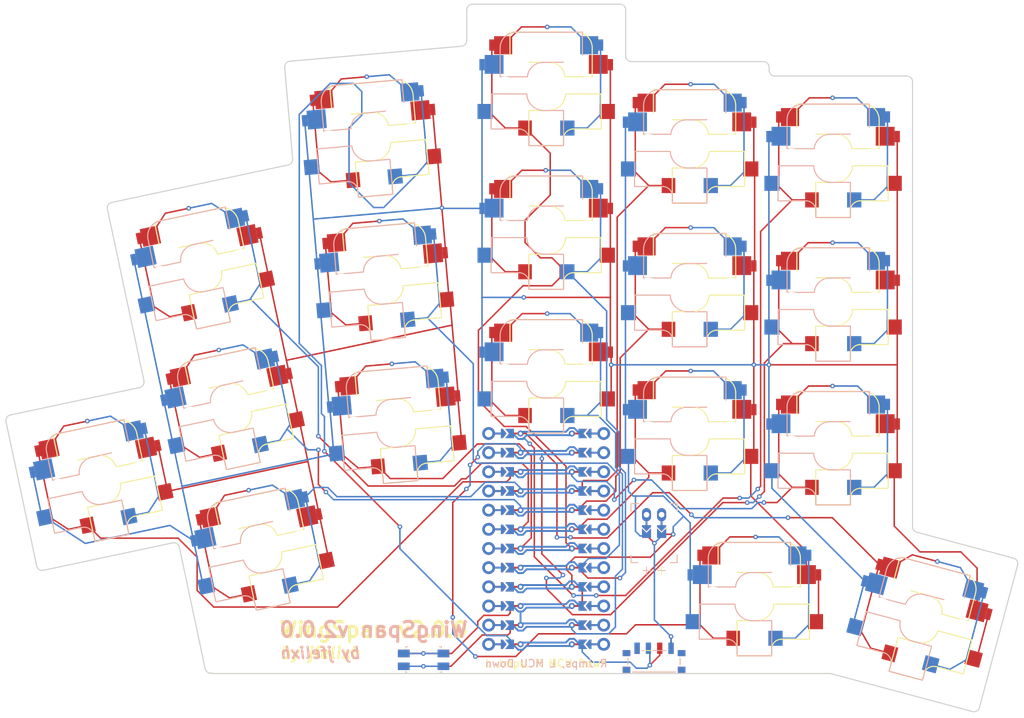
<source format=kicad_pcb>
(kicad_pcb (version 20240108) (generator "pcbnew") (generator_version "8.0")
  (title_block (title "reversible_split") (date "2024-11-27") (rev "v1.0.0") (company "Unknown"))
  (layers (0 "F.Cu" signal) (31 "B.Cu" signal) (34 "B.Paste" user) (35 "F.Paste" user) (36 "B.SilkS" user "B.Silkscreen") (37 "F.SilkS" user "F.Silkscreen") (38 "B.Mask" user) (39 "F.Mask" user) (44 "Edge.Cuts" user))
  (net 0 "")
  (net 1 "GND")
  (net 2 "matrix_outer_home")
  (net 3 "matrix_pinky_bottom")
  (net 4 "matrix_pinky_home")
  (net 5 "matrix_pinky_top")
  (net 6 "matrix_ring_bottom")
  (net 7 "matrix_ring_home")
  (net 8 "matrix_ring_top")
  (net 9 "matrix_middle_bottom")
  (net 10 "matrix_middle_home")
  (net 11 "matrix_middle_top")
  (net 12 "matrix_index_bottom")
  (net 13 "matrix_index_home")
  (net 14 "matrix_index_top")
  (net 15 "matrix_inner_bottom")
  (net 16 "matrix_inner_home")
  (net 17 "matrix_inner_top")
  (net 18 "thumb_tucky")
  (net 19 "thumb_reachy")
  (net 20 "RAW")
  (net 21 "RST")
  (net 22 "VCC")
  (net 23 "MCU1_24")
  (net 24 "MCU1_1")
  (net 25 "MCU1_23")
  (net 26 "MCU1_2")
  (net 27 "MCU1_22")
  (net 28 "MCU1_3")
  (net 29 "MCU1_21")
  (net 30 "MCU1_4")
  (net 31 "MCU1_20")
  (net 32 "MCU1_5")
  (net 33 "MCU1_19")
  (net 34 "MCU1_6")
  (net 35 "MCU1_18")
  (net 36 "MCU1_7")
  (net 37 "MCU1_17")
  (net 38 "MCU1_8")
  (net 39 "MCU1_16")
  (net 40 "MCU1_9")
  (net 41 "MCU1_15")
  (net 42 "MCU1_10")
  (net 43 "MCU1_14")
  (net 44 "MCU1_11")
  (net 45 "MCU1_13")
  (net 46 "MCU1_12")
  (net 47 "pos")
  (net 48 "JST1_1")
  (net 49 "JST1_2")
  (footprint "custom_kicad_footprints:MX_Choc_Hotswap" (layer "F.Cu") (at 161.789246 96.08474 5)
    (property "Reference" "S5" (hide yes))
    (property "Value" "" (hide yes))
  )
  (footprint "custom_kicad_footprints:MX_Choc_Hotswap" (layer "F.Cu") (at 200.774991 59.075522)
    (property "Reference" "S13" (hide yes))
    (property "Value" "" (hide yes))
  )
  (footprint "ceoloide:power_switch_smd_side" (layer "F.Cu") (at 196.062493 128.036521 -90)
    (property "Reference" "PWR1" (hide yes))
    (property "Value" "")
  )
  (footprint "custom_kicad_footprints:MX_Choc_Hotswap" (layer "F.Cu") (at 158.468612 58.129721 5)
    (property "Reference" "S7" (hide yes))
    (property "Value" "" (hide yes))
  )
  (footprint "custom_kicad_footprints:MX_Choc_Hotswap" (layer "F.Cu") (at 139.945518 94.106069 12)
    (property "Reference" "S3" (hide yes))
    (property "Value" "" (hide yes))
  )
  (footprint "custom_kicad_footprints:MX_Choc_Hotswap" (layer "F.Cu") (at 219.774994 60.980523)
    (property "Reference" "S16" (hide yes))
    (property "Value" "" (hide yes))
  )
  (footprint "custom_kicad_footprints:MX_Choc_Hotswap" (layer "F.Cu") (at 219.774992 80.030523)
    (property "Reference" "S15" (hide yes))
    (property "Value" "" (hide yes))
  )
  (footprint "custom_kicad_footprints:MX_Choc_Hotswap" (layer "F.Cu") (at 231.524285 122.002654 -15)
    (property "Reference" "S18" (hide yes))
    (property "Value" "" (hide yes))
  )
  (footprint "custom_kicad_footprints:MX_Choc_Hotswap" (layer "F.Cu") (at 200.774992 78.12552)
    (property "Reference" "S12" (hide yes))
    (property "Value" "" (hide yes))
  )
  (footprint "custom_kicad_footprints:MX_Choc_Hotswap" (layer "F.Cu") (at 219.774991 99.080524)
    (property "Reference" "S14" (hide yes))
    (property "Value" "" (hide yes))
  )
  (footprint "custom_kicad_footprints:MX_Choc_Hotswap" (layer "F.Cu") (at 143.906242 112.739778 12)
    (property "Reference" "S2" (hide yes))
    (property "Value" "" (hide yes))
  )
  (footprint "custom_kicad_footprints:MX_Choc_Hotswap" (layer "F.Cu") (at 160.128934 77.107231 5)
    (property "Reference" "S6" (hide yes))
    (property "Value" "" (hide yes))
  )
  (footprint "custom_kicad_footprints:MX_Choc_Hotswap" (layer "F.Cu") (at 200.774991 97.175522)
    (property "Reference" "S11" (hide yes))
    (property "Value" "" (hide yes))
  )
  (footprint "custom_kicad_footprints:MX_Choc_Hotswap" (layer "F.Cu") (at 181.774992 89.555523)
    (property "Reference" "S8" (hide yes))
    (property "Value" "" (hide yes))
  )
  (footprint "custom_kicad_footprints:MX_Choc_Hotswap" (layer "F.Cu") (at 181.774991 51.455525)
    (property "Reference" "S10" (hide yes))
    (property "Value" "" (hide yes))
  )
  (footprint "custom_kicad_footprints:MX_Choc_Hotswap" (layer "F.Cu") (at 122.548932 103.646501 12)
    (property "Reference" "S1" (hide yes))
    (property "Value" "" (hide yes))
  )
  (footprint "ceoloide:reset_switch_smd_side" (layer "F.Cu") (at 165.532488 127.846021 180)
    (property "Reference" "RST1" (hide yes))
    (property "Value" "")
  )
  (footprint "custom_kicad_footprints:MX_Choc_Hotswap" (layer "F.Cu") (at 181.774994 70.505524)
    (property "Reference" "S9" (hide yes))
    (property "Value" "" (hide yes))
  )
  (footprint "custom_kicad_footprints:MX_Choc_Hotswap" (layer "F.Cu") (at 135.984803 75.472358 12)
    (property "Reference" "S4" (hide yes))
    (property "Value" "" (hide yes))
  )
  (footprint "custom_kicad_footprints:MX_Choc_Hotswap" (layer "F.Cu") (at 209.347487 119.083023)
    (property "Reference" "S17" (hide yes))
    (property "Value" "" (hide yes))
  )
  (footprint "ceoloide:battery_connector_jst_ph_2" (layer "B.Cu") (at 196.062491 108.605525)
    (property "Reference" "JST1" (hide yes))
    (property "Value" "")
  )
  (footprint "ceoloide:mcu_nice_nano" (layer "B.Cu") (at 181.774988 113.082274 180)
    (property "Reference" "MCU1" (hide yes))
    (property "Value" "")
  )
  (gr_arc (start 219.320964 129.655522) (mid 219.41886 129.661939) (end 219.515081 129.681077) (stroke (width 0.15)) (layer "Edge.Cuts"))
  (gr_line (start 147.131717 49.30923) (end 148.193363 61.443899) (stroke (width 0.15)) (layer "Edge.Cuts"))
  (gr_arc (start 239.160702 134.168649) (mid 238.81126 134.624072) (end 238.242144 134.69898) (stroke (width 0.15)) (layer "Edge.Cuts"))
  (gr_line (start 115.175811 115.97384) (end 132.293389 112.335388) (stroke (width 0.15)) (layer "Edge.Cuts"))
  (gr_line (start 171.249989 45.759045) (end 171.249992 41.680524) (stroke (width 0.15)) (layer "Edge.Cuts"))
  (gr_arc (start 128.494532 90.855839) (mid 128.389909 91.420254) (end 127.916847 91.745383) (stroke (width 0.15)) (layer "Edge.Cuts"))
  (gr_line (start 219.515081 129.681077) (end 238.242144 134.69898) (stroke (width 0.15)) (layer "Edge.Cuts"))
  (gr_arc (start 230.855875 110.927274) (mid 230.455016 110.659374) (end 230.299992 110.202828) (stroke (width 0.15)) (layer "Edge.Cuts"))
  (gr_line (start 137.569988 129.608021) (end 137.569989 129.655522) (stroke (width 0.15)) (layer "Edge.Cuts"))
  (gr_line (start 191.54999 40.930521) (end 171.999991 40.930524) (stroke (width 0.15)) (layer "Edge.Cuts"))
  (gr_arc (start 243.690282 114.366237) (mid 244.145643 114.715705) (end 244.22061 115.284798) (stroke (width 0.15)) (layer "Edge.Cuts"))
  (gr_line (start 147.813494 48.496722) (end 170.565355 46.50619) (stroke (width 0.15)) (layer "Edge.Cuts"))
  (gr_arc (start 171.249992 41.680524) (mid 171.469666 41.150193) (end 171.999991 40.930524) (stroke (width 0.15)) (layer "Edge.Cuts"))
  (gr_line (start 124.235138 67.209689) (end 147.602151 62.24288) (stroke (width 0.15)) (layer "Edge.Cuts"))
  (gr_line (start 192.299992 47.800523) (end 192.299991 41.680521) (stroke (width 0.15)) (layer "Edge.Cuts"))
  (gr_line (start 210.549992 48.550523) (end 193.049993 48.550521) (stroke (width 0.15)) (layer "Edge.Cuts"))
  (gr_arc (start 147.131717 49.30923) (mid 147.304322 48.76177) (end 147.813494 48.496722) (stroke (width 0.15)) (layer "Edge.Cuts"))
  (gr_arc (start 193.049993 48.550521) (mid 192.519663 48.330842) (end 192.299992 47.800523) (stroke (width 0.15)) (layer "Edge.Cuts"))
  (gr_line (start 230.299992 110.202828) (end 230.299987 51.205523) (stroke (width 0.15)) (layer "Edge.Cuts"))
  (gr_arc (start 123.657464 68.099236) (mid 123.762089 67.534835) (end 124.235138 67.209689) (stroke (width 0.15)) (layer "Edge.Cuts"))
  (gr_arc (start 115.175811 115.97384) (mid 114.611398 115.869249) (end 114.286261 115.396165) (stroke (width 0.15)) (layer "Edge.Cuts"))
  (gr_arc (start 191.54999 40.930521) (mid 192.080323 41.150179) (end 192.299991 41.680521) (stroke (width 0.15)) (layer "Edge.Cuts"))
  (gr_line (start 211.299991 49.705521) (end 211.299993 49.300524) (stroke (width 0.15)) (layer "Edge.Cuts"))
  (gr_line (start 137.338894 129.608022) (end 137.569988 129.608021) (stroke (width 0.15)) (layer "Edge.Cuts"))
  (gr_line (start 123.657464 68.099236) (end 128.494532 90.855839) (stroke (width 0.15)) (layer "Edge.Cuts"))
  (gr_line (start 127.916847 91.745383) (end 110.799269 95.383837) (stroke (width 0.15)) (layer "Edge.Cuts"))
  (gr_arc (start 210.549992 48.550523) (mid 211.080322 48.770183) (end 211.299993 49.300524) (stroke (width 0.15)) (layer "Edge.Cuts"))
  (gr_line (start 239.160702 134.168649) (end 244.22061 115.284798) (stroke (width 0.15)) (layer "Edge.Cuts"))
  (gr_arc (start 212.049993 50.455524) (mid 211.51966 50.235843) (end 211.299991 49.705521) (stroke (width 0.15)) (layer "Edge.Cuts"))
  (gr_arc (start 137.338894 129.608022) (mid 136.866907 129.440874) (end 136.605283 129.013959) (stroke (width 0.15)) (layer "Edge.Cuts"))
  (gr_arc (start 110.221591 96.273382) (mid 110.326199 95.70898) (end 110.799269 95.383837) (stroke (width 0.15)) (layer "Edge.Cuts"))
  (gr_arc (start 171.249989 45.759045) (mid 171.052951 46.265755) (end 170.565355 46.50619) (stroke (width 0.15)) (layer "Edge.Cuts"))
  (gr_line (start 229.54999 50.455519) (end 212.049993 50.455524) (stroke (width 0.15)) (layer "Edge.Cuts"))
  (gr_line (start 110.221591 96.273382) (end 114.286261 115.396165) (stroke (width 0.15)) (layer "Edge.Cuts"))
  (gr_arc (start 229.54999 50.455519) (mid 230.080326 50.675178) (end 230.299987 51.205523) (stroke (width 0.15)) (layer "Edge.Cuts"))
  (gr_line (start 137.569989 129.655522) (end 219.320964 129.655522) (stroke (width 0.15)) (layer "Edge.Cuts"))
  (gr_arc (start 132.293389 112.335388) (mid 132.857797 112.439993) (end 133.182933 112.913067) (stroke (width 0.15)) (layer "Edge.Cuts"))
  (gr_line (start 133.182933 112.913067) (end 136.605283 129.013959) (stroke (width 0.15)) (layer "Edge.Cuts"))
  (gr_arc (start 148.193363 61.443899) (mid 148.049105 61.955389) (end 147.602151 62.24288) (stroke (width 0.15)) (layer "Edge.Cuts"))
  (gr_line (start 243.690282 114.366237) (end 230.855875 110.927274) (stroke (width 0.15)) (layer "Edge.Cuts"))
  (gr_text "WingSpan v2.0.0" (at 158.914987 123.845521 0) (layer "B.SilkS") (effects (font (size 2 2) (thickness 0.4) (bold yes)) (justify mirror)))
  (gr_text "by jfelixh" (at 157.4 127.8 0) (layer "B.SilkS") (effects (font (size 1.5 1.5) (thickness 0.3) (bold yes) (italic yes)) (justify left bottom mirror)))
  (gr_text "by jfelixh" (at 146.4 127.8 0) (layer "F.SilkS") (effects (font (size 1.5 1.5) (thickness 0.3) (bold yes) (italic yes)) (justify left bottom)))
  (gr_text "WingSpan v2.0.0" (at 158.914987 123.845521 0) (layer "F.SilkS") (effects (font (size 2 2) (thickness 0.4) (bold yes))))
  (segment (start 162.907491 128.696019) (end 165.508135 128.696019) (width 0.2) (layer "F.Cu") (net 1))
  (segment (start 150.127366 108.820691) (end 151.407189 108.820691) (width 0.2) (layer "F.Cu") (net 1))
  (segment (start 228.274991 64.280524) (end 227.874989 64.680523) (width 0.2) (layer "F.Cu") (net 1))
  (segment (start 238.846573 115.682612) (end 238.846575 121.335053) (width 0.2) (layer "F.Cu") (net 1))
  (segment (start 217.847488 122.383025) (end 217.447491 122.783025) (width 0.2) (layer "F.Cu") (net 1))
  (segment (start 216.247489 113.483527) (end 216.247489 116.543021) (width 0.2) (layer "F.Cu") (net 1))
  (segment (start 236.698008 113.534046) (end 238.846573 115.682612) (width 0.2) (layer "F.Cu") (net 1))
  (segment (start 166.860265 61.109681) (end 167.394436 61.5579) (width 0.2) (layer "F.Cu") (net 1))
  (segment (start 151.700719 108.52716) (end 152.906606 114.200415) (width 0.2) (layer "F.Cu") (net 1))
  (segment (start 169.311727 83.472655) (end 147.366695 88.137215) (width 0.2) (layer "F.Cu") (net 1))
  (segment (start 167.223882 60.676343) (end 166.860265 61.109681) (width 0.2) (layer "F.Cu") (net 1))
  (segment (start 147.739994 89.893451) (end 147.366695 88.137215) (width 0.2) (layer "F.Cu") (net 1))
  (segment (start 228.274989 84.130524) (end 227.874987 83.730526) (width 0.2) (layer "F.Cu") (net 1))
  (segment (start 168.520582 80.087189) (end 169.054753 80.535412) (width 0.2) (layer "F.Cu") (net 1))
  (segment (start 190.27499 74.605523) (end 189.874989 74.205523) (width 0.2) (layer "F.Cu") (net 1))
  (segment (start 168.884195 79.653848) (end 168.520582 80.087189) (width 0.2) (layer "F.Cu") (net 1))
  (segment (start 190.274991 68.005524) (end 190.274987 55.55552) (width 0.2) (layer "F.Cu") (net 1))
  (segment (start 209.381467 75.266576) (end 209.381463 63.282004) (width 0.2) (layer "F.Cu") (net 1))
  (segment (start 209.274989 82.225521) (end 208.874988 81.825519) (width 0.2) (layer "F.Cu") (net 1))
  (segment (start 209.27499 75.373054) (end 209.381467 75.266576) (width 0.2) (layer "F.Cu") (net 1))
  (segment (start 167.394436 61.5579) (end 167.952275 67.934045) (width 0.2) (layer "F.Cu") (net 1))
  (segment (start 190.274991 68.005524) (end 190.274996 73.805523) (width 0.2) (layer "F.Cu") (net 1))
  (segment (start 184.474988 115.912224) (end 185.174987 116.612223) (width 0.2) (layer "F.Cu") (net 1))
  (segment (start 190.381467 87.266574) (end 190.381467 88.734046) (width 0.2) (layer "F.Cu") (net 1))
  (segment (start 176.999991 123.242271) (end 178.374987 123.242271) (width 0.25) (layer "F.Cu") (net 1))
  (segment (start 198.6 111.2) (end 195.567726 114.232274) (width 0.2) (layer "F.Cu") (net 1))
  (segment (start 190.27499 48.955521) (end 190.274992 54.755523) (width 0.2) (layer "F.Cu") (net 1))
  (segment (start 130.343411 99.433884) (end 131.549296 105.107138) (width 0.2) (layer "F.Cu") (net 1))
  (segment (start 190.274991 87.160098) (end 190.381467 87.266574) (width 0.2) (layer "F.Cu") (net 1))
  (segment (start 169.161358 128.696025) (end 173.308136 124.549246) (width 0.2) (layer "F.Cu") (net 1))
  (segment (start 150.109215 101.571042) (end 150.194303 101.440021) (width 0.2) (layer "F.Cu") (net 1))
  (segment (start 209.27499 75.625526) (end 209.27499 75.373054) (width 0.2) (layer "F.Cu") (net 1))
  (segment (start 190.274991 79.8) (end 178.8 79.8) (width 0.2) (layer "F.Cu") (net 1))
  (segment (start 168.463302 73.775088) (end 168.378694 73.875922) (width 0.2) (layer "F.Cu") (net 1))
  (segment (start 190.274996 73.805523) (end 189.874989 74.205523) (width 0.2) (layer "F.Cu") (net 1))
  (segment (start 151.700719 108.52716) (end 150.194303 101.440021) (width 0.2) (layer "F.Cu") (net 1))
  (segment (start 131.241203 105.581561) (end 150.109215 101.571042) (width 0.2) (layer "F.Cu") (net 1))
  (segment (start 149.112221 96.34923) (end 148.637789 96.041129) (width 0.2) (layer "F.Cu") (net 1))
  (segment (start 208.874991 100.875523) (end 208.874993 106.111031) (width 0.2) (layer "F.Cu") (net 1))
  (segment (start 228.274991 58.480522) (end 228.274991 64.280524) (width 0.2) (layer "F.Cu") (net 1))
  (segment (start 170.123617 92.7526) (end 170.039011 92.853428) (width 0.2) (layer "F.Cu") (net 1))
  (segment (start 147.739994 89.893451) (end 148.945882 95.566707) (width 0.2) (layer "F.Cu") (net 1))
  (segment (start 186.549991 118.162273) (end 185.17499 118.162274) (width 0.25) (layer "F.Cu") (net 1))
  (segment (start 209.381463 63.282004) (end 208.874988 62.775521) (width 0.2) (layer "F.Cu") (net 1))
  (segment (start 190.381467 88.734046) (end 190.381468 92.749047) (width 0.2) (layer "F.Cu") (net 1))
  (segment (start 150.194303 101.440021) (end 149.112221 96.34923) (width 0.2) (layer "F.Cu") (net 1))
  (segment (start 148.945882 95.566707) (end 148.637789 96.041129) (width 0.2) (layer "F.Cu") (net 1))
  (segment (start 152.906606 114.200415) (end 152.598512 114.674838) (width 0.2) (layer "F.Cu") (net 1))
  (segment (start 197.284016 111.2) (end 197.062491 111.421525) (width 0.2) (layer "F.Cu") (net 1))
  (segment (start 228.27499 77.530524) (end 228.274988 65.08052) (width 0.2) (layer "F.Cu") (net 1))
  (segment (start 209.274992 88.734046) (end 209.274989 82.225521) (width 0.2) (layer "F.Cu") (net 1))
  (segment (start 143.77928 71.25974) (end 144.985167 76.932995) (width 0.2) (layer "F.Cu") (net 1))
  (segment (start 186.549989 120.702273) (end 185.174994 120.702273) (width 0.25) (layer "F.Cu") (net 1))
  (segment (start 176.708134 124.549244) (end 176.999988 124.257388) (width 0.2) (layer "F.Cu") (net 1))
  (segment (start 190.381468 92.749047) (end 189.874993 93.255521) (width 0.2) (layer "F.Cu") (net 1))
  (segment (start 209.274991 94.675523) (end 209.274991 100.475523) (width 0.2) (layer "F.Cu") (net 1))
  (segment (start 209.274991 94.675523) (end 209.274992 88.734046) (width 0.2) (layer "F.Cu") (net 1))
  (segment (start 168.378694 73.875922) (end 168.884195 79.653848) (width 0.2) (layer "F.Cu") (net 1))
  (segment (start 147.366695 88.137215) (end 145.151494 77.715512) (width 0.2) (layer "F.Cu") (net 1))
  (segment (start 228.274989 96.580523) (end 228.274989 88.734045) (width 0.2) (layer "F.Cu") (net 1))
  (segment (start 228.274992 83.330524) (end 227.874987 83.730526) (width 0.2) (layer "F.Cu") (net 1))
  (segment (start 166.718377 54.89841) (end 167.223882 60.676343) (width 0.2) (layer "F.Cu") (net 1))
  (segment (start 130.049879 99.727414) (end 130.34341 99.433883) (width 0.2) (layer "F.Cu") (net 1))
  (segment (start 209.274991 100.475523) (end 208.87499 100.875522) (width 0.2) (layer "F.Cu") (net 1))
  (segment (start 217.847492 116.583023) (end 217.847488 122.383025) (width 0.2) (layer "F.Cu") (net 1))
  (segment (start 195.567726 114.232274) (end 185.575038 114.232274) (width 0.2) (layer "F.Cu") (net 1))
  (segment (start 176.999988 124.257388) (end 176.999991 123.242271) (width 0.2) (layer "F.Cu") (net 1))
  (segment (start 151.407189 108.820691) (end 151.70072 108.52716) (width 0.2) (layer "F.Cu") (net 1))
  (segment (start 227.874988 110.111027) (end 231.298006 113.534045) (width 0.2) (layer "F.Cu") (net 1))
  (segment (start 142.205927 71.553271) (end 143.48575 71.553271) (width 0.2) (layer "F.Cu") (net 1))
  (segment (start 190.274992 87.055521) (end 190.274991 87.160098) (width 0.2) (layer "F.Cu") (net 1))
  (segment (start 169.054753 80.535412) (end 169.311727 83.472655) (width 0.2) (layer "F.Cu") (net 1))
  (segment (start 228.274989 96.580523) (end 228.274991 102.380525) (width 0.2) (layer "F.Cu") (net 1))
  (segment (start 228.274989 88.734045) (end 228.274989 84.130524) (width 0.2) (layer "F.Cu") (net 1))
  (segment (start 190.274987 55.55552) (end 189.874988 55.155524) (width 0.2) (layer "F.Cu") (net 1))
  (segment (start 169.311727 83.472655) (end 170.123617 92.7526) (width 0.2) (layer "F.Cu") (net 1))
  (segment (start 168.15749 128.696024) (end 169.161358 128.696025) (width 0.2) (layer "F.Cu") (net 1))
  (segment (start 209.27499 56.575524) (end 209.274991 62.37552) (width 0.2) (layer "F.Cu") (net 1))
  (segment (start 190.274991 79.8) (end 190.27499 74.605523) (width 0.2) (layer "F.Cu") (net 1))
  (segment (start 228.274988 65.08052) (end 227.874989 64.680523) (width 0.2) (layer "F.Cu") (net 1))
  (segment (start 228.27499 77.530524) (end 228.274992 83.330524) (width 0.2) (layer "F.Cu") (net 1))
  (segment (start 238.880552 127.390172) (end 238.390654 127.673014) (width 0.2) (layer "F.Cu") (net 1))
  (segment (start 209.27499 75.625526) (end 209.274992 81.425523) (width 0.2) (layer "F.Cu") (net 1))
  (segment (start 231.298006 113.534045) (end 236.698008 113.534046) (width 0.2) (layer "F.Cu") (net 1))
  (segment (start 170.544514 98.631357) (end 170.180897 99.064699) (width 0.2) (layer "F.Cu") (net 1))
  (segment (start 186.549991 118.162274) (end 186.549991 120.702271) (width 0.2) (layer "F.Cu") (net 1))
  (segment (start 147.446465 90.186982) (end 147.739996 89.893451) (width 0.2) (layer "F.Cu") (net 1))
  (segment (start 228.274989 88.734045) (end 211.274989 88.734045) (width 0.2) (layer "F.Cu") (net 1))
  (segment (start 208.874993 106.111031) (end 216.247489 113.483527) (width 0.2) (layer "F.Cu") (net 1))
  (segment (start 198.6 111.2) (end 197.284016 111.2) (width 0.2) (layer "F.Cu") (net 1))
  (segment (start 170.039011 92.853428) (end 170.544514 98.631357) (width 0.2) (layer "F.Cu") (net 1))
  (segment (start 167.952275 67.934045) (end 168.463302 73.775088) (width 0.2) (layer "F.Cu") (net 1))
  (segment (start 143.48575 71.553271) (end 143.779281 71.25974) (width 0.2) (layer "F.Cu") (net 1))
  (segment (start 185.174987 116.612223) (end 185.174987 118.162274) (width 0.2) (layer "F.Cu") (net 1))
  (segment (start 146.166642 90.186982) (end 147.446465 90.186982) (width 0.2) (layer "F.Cu") (net 1))
  (segment (start 128.770056 99.727414) (end 130.049879 99.727414) (width 0.2) (layer "F.Cu") (net 1))
  (segment (start 190.274992 54.755523) (end 189.874988 55.155524) (width 0.2) (layer "F.Cu") (net 1))
  (segment (start 131.549296 105.107138) (end 131.241203 105.581561) (width 0.2) (layer "F.Cu") (net 1))
  (segment (start 173.308136 124.549246) (end 176.708134 124.549244) (width 0.2) (layer "F.Cu") (net 1))
  (segment (start 145.151494 77.715512) (end 144.677073 77.407418) (width 0.2) (layer "F.Cu") (net 1))
  (segment (start 144.985167 76.932995) (end 144.677073 77.407418) (width 0.2) (layer "F.Cu") (net 1))
  (segment (start 184.474988 115.332324) (end 184.474988 115.912224) (width 0.2) (layer "F.Cu") (net 1))
  (segment (start 185.575038 114.232274) (end 184.474988 115.332324) (width 0.2) (layer "F.Cu") (net 1))
  (segment (start 227.874987 102.780526) (end 227.874988 110.111027) (width 0.2) (layer "F.Cu") (net 1))
  (segment (start 186.549991 120.702271) (end 186.549988 120.702274) (width 0.2) (layer "F.Cu") (net 1))
  (segment (start 209.274991 62.37552) (end 208.874988 62.775521) (width 0.2) (layer "F.Cu") (net 1))
  (segment (start 228.274991 102.380525) (end 227.874986 102.780523) (width 0.2) (layer "F.Cu") (net 1))
  (segment (start 209.274992 81.425523) (end 208.874988 81.825519) (width 0.2) (layer "F.Cu") (net 1))
  (segment (start 240.381702 121.787802) (end 238.880552 127.390172) (width 0.2) (layer "F.Cu") (net 1))
  (segment (start 165.508135 128.696019) (end 168.15749 128.696024) (width 0.2) (layer "F.Cu") (net 1))
  (segment (start 190.274992 87.055521) (end 190.274991 79.8) (width 0.2) (layer "F.Cu") (net 1))
  (via (at 165.508135 128.696019) (size 0.6) (drill 0.3) (layers "F.Cu" "B.Cu") (net 1))
  (via (at 190.381467 88.734046) (size 0.6) (drill 0.3) (layers "F.Cu" "B.Cu") (net 1))
  (via (at 209.274992 88.734046) (size 0.6) (drill 0.3) (layers "F.Cu" "B.Cu") (net 1))
  (via (at 178.8 79.8) (size 0.6) (drill 0.3) (layers "F.Cu" "B.Cu") (net 1))
  (via (at 198.6 111.2) (size 0.6) (drill 0.3) (layers "F.Cu" "B.Cu") (net 1))
  (via (at 167.952275 67.934045) (size 0.6) (drill 0.3) (layers "F.Cu" "B.Cu") (net 1))
  (via (at 211.274989 88.734045) (size 0.6) (drill 0.3) (layers "F.Cu" "B.Cu") (net 1))
  (segment (start 200.847489 116.583021) (end 200.847489 109.683531) (width 0.2) (layer "B.Cu") (net 1))
  (segment (start 113.714899 102.968383) (end 114.920788 108.641639) (width 0.2) (layer "B.Cu") (net 1))
  (segment (start 173.274989 87.055524) (end 173.274993 92.855522) (width 0.2) (layer "B.Cu") (net 1))
  (segment (start 211.274992 64.280522) (end 211.674992 64.680523) (width 0.2) (layer "B.Cu") (net 1))
  (segment (start 136.257141 112.061659) (end 136.628928 111.689872) (width 0.2) (layer "B.Cu") (net 1))
  (segment (start 173.274994 73.805526) (end 173.674989 74.205526) (width 0.2) (layer "B.Cu") (net 1))
  (segment (start 133.592701 104.82337) (end 133.52421 104.778892) (width 0.2) (layer "B.Cu") (net 1))
  (segment (start 173.274992 48.955522) (end 173.274992 54.755525) (width 0.2) (layer "B.Cu") (net 1))
  (segment (start 135.07221 112.061659) (end 133.52421 104.778892) (width 0.2) (layer "B.Cu") (net 1))
  (segment (start 223.960961 117.387878) (end 225.141324 117.387878) (width 0.2) (layer "B.Cu") (net 1))
  (segment (start 223.960962 117.387877) (end 222.459813 122.990245) (width 0.2) (layer "B.Cu") (net 1))
  (segment (start 200.84749 116.583021) (end 200.847487 122.383023) (width 0.2) (layer "B.Cu") (net 1))
  (segment (start 154.042546 100.476622) (end 133.592701 104.82337) (width 0.2) (layer "B.Cu") (net 1))
  (segment (start 131.934525 110.024023) (end 135.07221 112.061659) (width 0.2) (layer "B.Cu") (net 1))
  (segment (start 178.074686 121.42727) (end 178.4 121.427271) (width 0.25) (layer "B.Cu") (net 1))
  (segment (start 192.274991 56.575521) (end 192.27499 62.375524) (width 0.2) (layer "B.Cu") (net 1))
  (segment (start 152.987862 94.237873) (end 153.103699 94.335079) (width 0.2) (layer "B.Cu") (net 1))
  (segment (start 211.274987 96.580522) (end 211.274992 102.380521) (width 0.2) (layer "B.Cu") (net 1))
  (segment (start 173.274994 68.005523) (end 173.274994 73.805526) (width 0.2) (layer "B.Cu") (net 1))
  (segment (start 179.180296 120.922272) (end 184.954992 120.92227) (width 0.25) (layer "B.Cu") (net 1))
  (segment (start 165.508135 128.696019) (end 168.15749 128.696024) (width 0.2) (layer "B.Cu") (net 1))
  (segment (start 192.274994 88.734044) (end 190.381467 88.734046) (width 0.2) (layer "B.Cu") (net 1))
  (segment (start 192.274994 88.734044) (end 192.27499 82.22552) (width 0.2) (layer "B.Cu") (net 1))
  (segment (start 131.111485 93.42795) (end 128.522985 81.250015) (width 0.2) (layer "B.Cu") (net 1))
  (segment (start 173.274993 68.005523) (end 168.023754 68.005522) (width 0.2) (layer "B.Cu") (net 1))
  (segment (start 153.609203 100.113004) (end 154.042545 100.476621) (width 0.2) (layer "B.Cu") (net 1))
  (segment (start 185.475294 122.517277) (end 184.874683 122.517272) (width 0.25) (layer "B.Cu") (net 1))
  (segment (start 193.6 110.8) (end 194.221525 111.421525) (width 0.2) (layer "B.Cu") (net 1))
  (segment (start 192.274993 81.425518) (end 192.674988 81.82552) (width 0.2) (layer "B.Cu") (net 1))
  (segment (start 152.38223 81.499113) (end 151.921409 82.048293) (width 0.2) (layer "B.Cu") (net 1))
  (segment (start 193.6 106.134045) (end 193.298009 106.134045) (width 0.2) (layer "B.Cu") (net 1))
  (segment (start 168.023754 68.005522) (end 167.952275 67.934045) (width 0.2) (layer "B.Cu") (net 1))
  (segment (start 149.783063 56.380057) (end 150.288574 62.157988) (width 0.2) (layer "B.Cu") (net 1))
  (segment (start 194.221525 111.421525) (end 195.062491 111.421525) (width 0.2) (layer "B.Cu") (net 1))
  (segment (start 173.274988 79.8) (end 173.274988 74.605522) (width 0.2) (layer "B.Cu") (net 1))
  (segment (start 192.27499 62.375524) (end 192.674992 62.775523) (width 0.2) (layer "B.Cu") (net 1))
  (segment (start 132.317372 99.101206) (end 132.791796 99.4093) (width 0.2) (layer "B.Cu") (net 1))
  (segment (start 211.274992 102.380521) (end 211.674991 102.780524) (width 0.2) (layer "B.Cu") (net 1))
  (segment (start 179.180293 118.382272) (end 184.954993 118.382271) (width 0.25) (layer "B.Cu") (net 1))
  (segment (start 192.274988 94.675521) (end 192.274993 100.475521) (width 0.2) (layer "B.Cu") (net 1))
  (segment (start 192.274992 75.625524) (end 192.274993 81.425518) (width 0.2) (layer "B.Cu") (net 1))
  (segment (start 173.274989 87.055524) (end 173.274988 79.8) (width 0.2) (layer "B.Cu") (net 1))
  (segment (start 199.981979 108.818021) (end 197.298006 106.134046) (width 0.2) (layer "B.Cu") (net 1))
  (segment (start 150.793911 67.934045) (end 150.358295 62.954945) (width 0.2) (layer "B.Cu") (net 1))
  (segment (start 211.27499 77.530524) (end 211.27499 65.080524) (width 0.2) (layer "B.Cu") (net 1))
  (segment (start 176.999991 118.162271) (end 177.349687 118.162273) (width 0.25) (layer "B.Cu") (net 1))
  (segment (start 211.274989 88.734045) (end 209.274992 88.734046) (width 0.2) (layer "B.Cu") (net 1))
  (segment (start 173.274992 54.755525) (end 173.674988 55.155524) (width 0.2) (layer "B.Cu") (net 1))
  (segment (start 211.27499 65.080524) (end 211.674992 64.680523) (width 0.2) (layer "B.Cu") (net 1))
  (segment (start 115.39521 108.949734) (end 120.72006 112.407731) (width 0.2) (layer "B.Cu") (net 1))
  (segment (start 209.274992 88.734046) (end 192.274994 88.734044) (width 0.2) (layer "B.Cu") (net 1))
  (segment (start 177.349687 118.162273) (end 178.074686 118.887271) (width 0.25) (layer "B.Cu") (net 1))
  (segment (start 186.200299 123.24227) (end 185.475294 122.517277) (width 0.25) (layer "B.Cu") (net 1))
  (segment (start 127.150768 74.79424) (end 128.356656 80.467496) (width 0.2) (layer "B.Cu") (net 1))
  (segment (start 211.274989 88.734045) (end 211.274991 84.130522) (width 0.2) (layer "B.Cu") (net 1))
  (segment (start 162.907491 128.696019) (end 165.508135 128.696019) (width 0.2) (layer "B.Cu") (net 1))
  (segment (start 193.6 106.134045) (end 193.6 110.8) (width 0.2) (layer "B.Cu") (net 1))
  (segment (start 128.522985 81.250015) (end 128.831079 80.77559) (width 0.2) (layer "B.Cu") (net 1))
  (segment (start 197.298006 106.134046) (end 193.6 106.134045) (width 0.2) (layer "B.Cu") (net 1))
  (segment (start 177.349684 120.702276) (end 178.074686 121.42727) (width 0.25) (layer "B.Cu") (net 1))
  (segment (start 132.296417 93.42795) (end 132.668204 93.056163) (width 0.2) (layer "B.Cu") (net 1))
  (segment (start 178.4 121.427271) (end 178.675293 121.427272) (width 0.25) (layer "B.Cu") (net 1))
  (segment (start 186.54999 123.242276) (end 186.200299 123.24227) (width 0.25) (layer "B.Cu") (net 1))
  (segment (start 131.111485 93.42795) (end 132.317372 99.101206) (width 0.2) (layer "B.Cu") (net 1))
  (segment (start 192.27499 63.175521) (end 192.674992 62.775523) (width 0.2) (layer "B.Cu") (net 1))
  (segment (start 184.874683 122.517272) (end 184.379685 123.012271) (width 0.25) (layer "B.Cu") (net 1))
  (segment (start 192.674992 105.511032) (end 192.674991 100.875522) (width 0.2) (layer "B.Cu") (net 1))
  (segment (start 133.52421 104.778892) (end 132.48371 99.883716) (width 0.2) (layer "B.Cu") (net 1))
  (segment (start 128.335702 74.794239) (end 128.707489 74.422452) (width 0.2) (layer "B.Cu") (net 1))
  (segment (start 211.274992 83.330523) (end 211.674992 83.730525) (width 0.2) (layer "B.Cu") (net 1))
  (segment (start 211.67499 105.101907) (end 223.960961 117.387877) (width 0.2) (layer "B.Cu") (net 1))
  (segment (start 150.933489 69.529444) (end 150.793911 67.934045) (width 0.2) (layer "B.Cu") (net 1))
  (segment (start 211.27499 77.530524) (end 211.274992 83.330523) (width 0.2) (layer "B.Cu") (net 1))
  (segment (start 151.94889 81.135498) (end 152.38223 81.499113) (width 0.2) (layer "B.Cu") (net 1))
  (segment (start 114.899831 102.968382) (end 115.271618 102.596595) (width 0.2) (layer "B.Cu") (net 1))
  (segment (start 198.6 110.2) (end 198.6 111.2) (width 0.2) (layer "B.Cu") (net 1))
  (segment (start 150.288574 62.157988) (end 150.721914 62.521606) (width 0.2) (layer "B.Cu") (net 1))
  (segment (start 135.072208 112.061659) (end 136.257141 112.061659) (width 0.2) (layer "B.Cu") (net 1))
  (segment (start 151.02989 69.414561) (end 150.933489 69.529444) (width 0.2) (layer "B.Cu") (net 1))
  (segment (start 176.999988 120.702274) (end 177.349684 120.702276) (width 0.25) (layer "B.Cu") (net 1))
  (segment (start 113.714898 102.968382) (end 114.899831 102.968382) (width 0.2) (layer "B.Cu") (net 1))
  (segment (start 184.379685 123.012271) (end 178.604991 123.012275) (width 0.25) (layer "B.Cu") (net 1))
  (segment (start 222.459813 122.990245) (end 222.742657 123.480144) (width 0.2) (layer "B.Cu") (net 1))
  (segment (start 153.103699 94.335079) (end 153.609203 100.113004) (width 0.2) (layer "B.Cu") (net 1))
  (segment (start 192.274992 75.625524) (end 192.27499 63.175521) (width 0.2) (layer "B.Cu") (net 1))
  (segment (start 225.141324 117.387878) (end 225.516797 117.763351) (width 0.2) (layer "B.Cu") (net 1))
  (segment (start 132.48371 99.883716) (end 132.791796 99.4093) (width 0.2) (layer "B.Cu") (net 1))
  (segment (start 136.278097 117.734915) (end 136.752521 118.043011) (width 0.2) (layer "B.Cu") (net 1))
  (segment (start 192.274988 94.675521) (end 192.274994 88.734044) (width 0.2) (layer "B.Cu") (net 1))
  (segment (start 151.443383 75.357568) (end 150.933489 69.529444) (width 0.2) (layer "B.Cu") (net 1))
  (segment (start 200.847487 122.383023) (end 201.24749 122.783021) (width 0.2) (layer "B.Cu") (net 1))
  (segment (start 173.274989 55.555523) (end 173.674988 55.155524) (width 0.2) (layer "B.Cu") (net 1))
  (segment (start 178.4 121.427271) (end 178.374988 121.452283) (width 0.25) (layer "B.Cu") (net 1))
  (segment (start 150.358295 62.954945) (end 150.721914 62.521606) (width 0.2) (layer "B.Cu") (net 1))
  (segment (start 178.675293 121.427272) (end 179.180296 120.922272) (width 0.25) (layer "B.Cu") (net 1))
  (segment (start 192.274993 100.475521) (end 192.674992 100.875519) (width 0.2) (layer "B.Cu") (net 1))
  (segment (start 120.72006 112.407731) (end 131.934525 110.024023) (width 0.2) (layer "B.Cu") (net 1))
  (segment (start 167.952275 67.934045) (end 151.02989 69.414561) (width 0.2) (layer "B.Cu") (net 1))
  (segment (start 211.274991 84.130522) (end 211.674992 83.730525) (width 0.2) (layer "B.Cu") (net 1))
  (segment (start 211.67499 102.780523) (end 211.67499 105.101907) (width 0.2) (layer "B.Cu") (net 1))
  (segment (start 127.150769 74.794239) (end 128.335702 74.794239) (width 0.2) (layer "B.Cu") (net 1))
  (segment (start 193.298009 106.134045) (end 192.674992 105.511032) (width 0.2) (layer "B.Cu") (net 1))
  (segment (start 211.274987 96.580522) (end 211.274989 88.734045) (width 0.2) (layer "B.Cu") (net 1))
  (segment (start 178.8 79.8) (end 173.274988 79.8) (width 0.2) (layer "B.Cu") (net 1))
  (segment (start 178.074686 118.887271) (end 178.67529 118.887271) (width 0.25) (layer "B.Cu") (net 1))
  (segment (start 200.847489 109.683531) (end 199.981979 108.818021) (width 0.2) (layer "B.Cu") (net 1))
  (segment (start 199.981979 108.818021) (end 198.6 110.2) (width 0.2) (layer "B.Cu") (net 1))
  (segment (start 151.921409 82.048293) (end 152.987862 94.237873) (width 0.2) (layer "B.Cu") (net 1))
  (segment (start 178.374988 121.452283) (end 178.374988 123.242274) (width 0.25) (layer "B.Cu") (net 1))
  (segment (start 135.07221 112.061659) (end 136.278097 117.734915) (width 0.2) (layer "B.Cu") (net 1))
  (segment (start 173.274988 74.605522) (end 173.674989 74.205526) (width 0.2) (layer "B.Cu") (net 1))
  (segment (start 192.27499 82.22552) (end 192.674988 81.82552) (width 0.2) (layer "B.Cu") (net 1))
  (segment (start 128.356656 80.467496) (end 128.831079 80.77559) (width 0.2) (layer "B.Cu") (net 1))
  (segment (start 173.274993 92.855522) (end 173.674995 93.255521) (width 0.2) (layer "B.Cu") (net 1))
  (segment (start 173.274994 68.005523) (end 173.274989 55.555523) (width 0.2) (layer "B.Cu") (net 1))
  (segment (start 211.27499 58.48052) (end 211.274992 64.280522) (width 0.2) (layer "B.Cu") (net 1))
  (segment (start 114.920788 108.641639) (end 115.39521 108.949734) (width 0.2) (layer "B.Cu") (net 1))
  (segment (start 151.443383 75.357568) (end 151.94889 81.135498) (width 0.2) (layer "B.Cu") (net 1))
  (segment (start 178.67529 118.887271) (end 179.180293 118.382272) (width 0.25) (layer "B.Cu") (net 1))
  (segment (start 131.111484 93.42795) (end 132.296417 93.42795) (width 0.2) (layer "B.Cu") (net 1))
  (segment (start 135.538407 118.64428) (end 137.738406 120.84428) (width 0.2) (layer "F.Cu") (net 2))
  (segment (start 176.538406 104.24428) (end 176.999988 103.782699) (width 0.2) (layer "F.Cu") (net 2))
  (segment (start 135.538407 114.233044) (end 135.538407 118.64428) (width 0.2) (layer "F.Cu") (net 2))
  (segment (start 121.036798 109.999726) (end 122.75124 111.714167) (width 0.2) (layer "F.Cu") (net 2))
  (segment (start 114.445922 100.154914) (end 116.362095 109.169811) (width 0.2) (layer "F.Cu") (net 2))
  (segment (start 176.999987 102.922272) (end 178.374994 102.922272) (width 0.25) (layer "F.Cu") (net 2))
  (segment (start 137.738406 120.84428) (end 154.142521 120.84428) (width 0.2) (layer "F.Cu") (net 2))
  (segment (start 154.142521 120.84428) (end 170.742521 104.24428) (width 0.2) (layer "F.Cu") (net 2))
  (segment (start 122.75124 111.714167) (end 133.019529 111.714167) (width 0.2) (layer "F.Cu") (net 2))
  (segment (start 118.477676 110.543685) (end 121.036798 109.999726) (width 0.2) (layer "F.Cu") (net 2))
  (segment (start 176.999988 103.782699) (end 176.999987 102.922274) (width 0.2) (layer "F.Cu") (net 2))
  (segment (start 115.917299 99.862608) (end 117.866356 96.861323) (width 0.2) (layer "F.Cu") (net 2))
  (segment (start 170.742521 104.24428) (end 176.538406 104.24428) (width 0.2) (layer "F.Cu") (net 2))
  (segment (start 116.362095 109.169811) (end 118.477676 110.543685) (width 0.2) (layer "F.Cu") (net 2))
  (segment (start 133.019529 111.714167) (end 135.538407 114.233044) (width 0.2) (layer "F.Cu") (net 2))
  (segment (start 117.866356 96.861323) (end 120.98914 96.197555) (width 0.2) (layer "F.Cu") (net 2))
  (via (at 120.98914 96.197555) (size 0.6) (drill 0.3) (layers "F.Cu" "B.Cu") (net 2))
  (segment (start 124.066898 95.543359) (end 127.068182 97.492416) (width 0.2) (layer "B.Cu") (net 2))
  (segment (start 186.549992 102.922272) (end 186.200293 102.922274) (width 0.25) (layer "B.Cu") (net 2))
  (segment (start 129.073548 108.29146) (end 126.514426 108.835418) (width 0.2) (layer "B.Cu") (net 2))
  (segment (start 185.475294 102.197269) (end 184.874687 102.197273) (width 0.25) (layer "B.Cu") (net 2))
  (segment (start 186.200293 102.922274) (end 185.475294 102.197269) (width 0.25) (layer "B.Cu") (net 2))
  (segment (start 128.531246 97.160985) (end 130.447421 106.175883) (width 0.2) (layer "B.Cu") (net 2))
  (segment (start 130.447421 106.175883) (end 129.073548 108.29146) (width 0.2) (layer "B.Cu") (net 2))
  (segment (start 184.874687 102.197273) (end 184.379684 102.692272) (width 0.25) (layer "B.Cu") (net 2))
  (segment (start 120.98914 96.197555) (end 124.066898 95.543359) (width 0.2) (layer "B.Cu") (net 2))
  (segment (start 184.379684 102.692272) (end 178.604993 102.692271) (width 0.25) (layer "B.Cu") (net 2))
  (segment (start 137.719406 118.263087) (end 139.834987 119.636961) (width 0.2) (layer "F.Cu") (net 3))
  (segment (start 135.80323 109.24819) (end 137.719406 118.263087) (width 0.2) (layer "F.Cu") (net 3))
  (segment (start 139.173601 106.031692) (end 142.359961 105.354412) (width 0.2) (layer "F.Cu") (net 3))
  (segment (start 139.834987 119.636961) (end 142.394108 119.093004) (width 0.2) (layer "F.Cu") (net 3))
  (segment (start 137.274609 108.955885) (end 139.173601 106.031692) (width 0.2) (layer "F.Cu") (net 3))
  (segment (start 176.999992 105.462272) (end 178.374989 105.462272) (width 0.25) (layer "F.Cu") (net 3))
  (via (at 142.359961 105.354412) (size 0.6) (drill 0.3) (layers "F.Cu" "B.Cu") (net 3))
  (segment (start 173.678642 104.312274) (end 177.6064 104.312274) (width 0.2) (layer "B.Cu") (net 3))
  (segment (start 154.060803 106.212274) (end 171.778642 106.212274) (width 0.2) (layer "B.Cu") (net 3))
  (segment (start 151.142818 105) (end 152.848529 105) (width 0.2) (layer "B.Cu") (net 3))
  (segment (start 177.6064 104.312274) (end 178.374987 105.080861) (width 0.2) (layer "B.Cu") (net 3))
  (segment (start 185.475298 104.737272) (end 184.874682 104.737272) (width 0.25) (layer "B.Cu") (net 3))
  (segment (start 151.804733 115.269158) (end 150.430858 117.384736) (width 0.2) (layer "B.Cu") (net 3))
  (segment (start 186.200296 105.462275) (end 185.475298 104.737272) (width 0.25) (layer "B.Cu") (net 3))
  (segment (start 149.888555 106.254263) (end 151.142818 105) (width 0.2) (layer "B.Cu") (net 3))
  (segment (start 171.778642 106.212274) (end 173.678642 104.312274) (width 0.2) (layer "B.Cu") (net 3))
  (segment (start 178.374987 105.080861) (end 178.374987 105.462274) (width 0.2) (layer "B.Cu") (net 3))
  (segment (start 152.848529 105) (end 154.060803 106.212274) (width 0.2) (layer "B.Cu") (net 3))
  (segment (start 150.430858 117.384736) (end 147.871734 117.928695) (width 0.2) (layer "B.Cu") (net 3))
  (segment (start 184.874682 104.737272) (end 184.379686 105.232276) (width 0.25) (layer "B.Cu") (net 3))
  (segment (start 184.379686 105.232276) (end 178.604989 105.232273) (width 0.25) (layer "B.Cu") (net 3))
  (segment (start 145.501299 104.686699) (end 148.425494 106.585692) (width 0.2) (layer "B.Cu") (net 3))
  (segment (start 142.359961 105.354412) (end 145.501299 104.686699) (width 0.2) (layer "B.Cu") (net 3))
  (segment (start 149.888557 106.25426) (end 151.804733 115.269158) (width 0.2) (layer "B.Cu") (net 3))
  (segment (start 186.549991 105.462274) (end 186.200296 105.462275) (width 0.25) (layer "B.Cu") (net 3))
  (segment (start 135.874262 101.003251) (end 138.433384 100.459293) (width 0.2) (layer "F.Cu") (net 4))
  (segment (start 151.6 104.6) (end 152.6 105.6) (width 0.2) (layer "F.Cu") (net 4))
  (segment (start 133.313884 90.322176) (end 135.174367 87.457284) (width 0.2) (layer "F.Cu") (net 4))
  (segment (start 176.999987 108.002271) (end 178.374989 108.002274) (width 0.25) (layer "F.Cu") (net 4))
  (segment (start 133.758681 99.629378) (end 135.874262 101.003251) (width 0.2) (layer "F.Cu") (net 4))
  (segment (start 135.174367 87.457284) (end 138.40964 86.769606) (width 0.2) (layer "F.Cu") (net 4))
  (segment (start 131.842507 90.614482) (end 133.758681 99.629378) (width 0.2) (layer "F.Cu") (net 4))
  (segment (start 151.6 100) (end 151.6 104.6) (width 0.2) (layer "F.Cu") (net 4))
  (via (at 152.6 105.6) (size 0.6) (drill 0.3) (layers "F.Cu" "B.Cu") (net 4))
  (via (at 138.40964 86.769606) (size 0.6) (drill 0.3) (layers "F.Cu" "B.Cu") (net 4))
  (via (at 151.6 100) (size 0.6) (drill 0.3) (layers "F.Cu" "B.Cu") (net 4))
  (segment (start 184.874685 107.277274) (end 184.379682 107.772271) (width 0.25) (layer "B.Cu") (net 4))
  (segment (start 185.475291 107.277273) (end 184.874685 107.277274) (width 0.25) (layer "B.Cu") (net 4))
  (segment (start 178.374989 107.436589) (end 178.374989 108.002274) (width 0.2) (layer "B.Cu") (net 4))
  (segment (start 152.6 105.6) (end 153.612274 106.612274) (width 0.2) (layer "B.Cu") (net 4))
  (segment (start 147.844007 96.635448) (end 147.446915 97.246915) (width 0.2) (layer "B.Cu") (net 4))
  (segment (start 147.446915 97.246915) (end 146.470134 98.751027) (width 0.2) (layer "B.Cu") (net 4))
  (segment (start 146.470134 98.751027) (end 143.911011 99.294986) (width 0.2) (layer "B.Cu") (net 4))
  (segment (start 147.446915 97.246915) (end 150.2 100) (width 0.2) (layer "B.Cu") (net 4))
  (segment (start 150.2 100) (end 151.6 100) (width 0.2) (layer "B.Cu") (net 4))
  (segment (start 153.612274 106.612274) (end 177.550674 106.612274) (width 0.2) (layer "B.Cu") (net 4))
  (segment (start 184.379682 107.772271) (end 178.604991 107.77227) (width 0.25) (layer "B.Cu") (net 4))
  (segment (start 138.40964 86.769606) (end 141.599877 86.091501) (width 0.2) (layer "B.Cu") (net 4))
  (segment (start 186.200291 108.002271) (end 185.475291 107.277273) (width 0.25) (layer "B.Cu") (net 4))
  (segment (start 186.54999 108.002271) (end 186.200291 108.002271) (width 0.25) (layer "B.Cu") (net 4))
  (segment (start 145.927831 87.620551) (end 147.844007 96.635448) (width 0.2) (layer "B.Cu") (net 4))
  (segment (start 177.550674 106.612274) (end 178.374989 107.436589) (width 0.2) (layer "B.Cu") (net 4))
  (segment (start 141.599877 86.091501) (end 144.464768 87.951983) (width 0.2) (layer "B.Cu") (net 4))
  (segment (start 169.621115 104.8) (end 170.576835 103.84428) (width 0.2) (layer "F.Cu") (net 5))
  (segment (start 129.353168 71.688465) (end 131.329187 68.645664) (width 0.2) (layer "F.Cu") (net 5))
  (segment (start 178.572274 101.772274) (end 179.4 102.6) (width 0.2) (layer "F.Cu") (net 5))
  (segment (start 176.99999 110.542272) (end 178.374989 110.54227) (width 0.25) (layer "F.Cu") (net 5))
  (segment (start 129.797968 80.995667) (end 131.913545 82.369541) (width 0.2) (layer "F.Cu") (net 5))
  (segment (start 179.4 109.517262) (end 178.374988 110.542274) (width 0.2) (layer "F.Cu") (net 5))
  (segment (start 158.2 104.8) (end 169.621115 104.8) (width 0.2) (layer "F.Cu") (net 5))
  (segment (start 173.227726 101.772274) (end 178.572274 101.772274) (width 0.2) (layer "F.Cu") (net 5))
  (segment (start 171.15572 103.84428) (end 173.227726 101.772274) (width 0.2) (layer "F.Cu") (net 5))
  (segment (start 131.913545 82.369541) (end 134.472669 81.825583) (width 0.2) (layer "F.Cu") (net 5))
  (segment (start 170.576835 103.84428) (end 171.15572 103.84428) (width 0.2) (layer "F.Cu") (net 5))
  (segment (start 127.881791 71.98077) (end 129.797968 80.995667) (width 0.2) (layer "F.Cu") (net 5))
  (segment (start 151.6 98.2) (end 158.2 104.8) (width 0.2) (layer "F.Cu") (net 5))
  (segment (start 179.4 102.6) (end 179.4 109.517262) (width 0.2) (layer "F.Cu") (net 5))
  (segment (start 131.329187 68.645664) (end 134.417734 67.989172) (width 0.2) (layer "F.Cu") (net 5))
  (via (at 134.417734 67.989172) (size 0.6) (drill 0.3) (layers "F.Cu" "B.Cu") (net 5))
  (via (at 151.6 98.2) (size 0.6) (drill 0.3) (layers "F.Cu" "B.Cu") (net 5))
  (segment (start 134.417734 67.989172) (end 137.46125 67.342254) (width 0.2) (layer "B.Cu") (net 5))
  (segment (start 184.874685 109.817272) (end 184.379683 110.312274) (width 0.25) (layer "B.Cu") (net 5))
  (segment (start 141.967115 68.986842) (end 143.88329 78.001738) (width 0.2) (layer "B.Cu") (net 5))
  (segment (start 186.200296 110.542271) (end 185.475295 109.817274) (width 0.25) (layer "B.Cu") (net 5))
  (segment (start 142.509417 80.117317) (end 139.950294 80.661277) (width 0.2) (layer "B.Cu") (net 5))
  (segment (start 151.6 89) (end 151.6 98.2) (width 0.2) (layer "B.Cu") (net 5))
  (segment (start 142.591272 79.991272) (end 151.6 89) (width 0.2) (layer "B.Cu") (net 5))
  (segment (start 137.46125 67.342254) (end 140.504053 69.318273) (width 0.2) (layer "B.Cu") (net 5))
  (segment (start 142.591272 79.991272) (end 142.509417 80.117317) (width 0.2) (layer "B.Cu") (net 5))
  (segment (start 186.549986 110.542272) (end 186.200296 110.542271) (width 0.25) (layer "B.Cu") (net 5))
  (segment (start 184.379683 110.312274) (end 178.604991 110.312276) (width 0.25) (layer "B.Cu") (net 5))
  (segment (start 185.475295 109.817274) (end 184.874685 109.817272) (width 0.25) (layer "B.Cu") (net 5))
  (segment (start 143.88329 78.001738) (end 142.591272 79.991272) (width 0.2) (layer "B.Cu") (net 5))
  (segment (start 172.656288 99.232272) (end 178.214938 99.232272) (width 0.2) (layer "F.Cu") (net 6))
  (segment (start 155.668182 91.520855) (end 157.859639 88.909187) (width 0.2) (layer "F.Cu") (net 6))
  (segment (start 176.999987 113.082271) (end 178.374986 113.082272) (width 0.25) (layer "F.Cu") (net 6))
  (segment (start 161.120085 103.812289) (end 168.076271 103.812289) (width 0.2) (layer "F.Cu") (net 6))
  (segment (start 154.17215 91.63167) (end 154.975403 100.812892) (width 0.2) (layer "F.Cu") (net 6))
  (segment (start 179.8 111.657261) (end 178.374987 113.082274) (width 0.2) (layer "F.Cu") (net 6))
  (segment (start 159.51412 102.206324) (end 161.120085 103.812289) (width 0.2) (layer "F.Cu") (net 6))
  (segment (start 156.90778 102.434349) (end 159.514121 102.206323) (width 0.2) (layer "F.Cu") (net 6))
  (segment (start 154.975403 100.812892) (end 156.90778 102.434349) (width 0.2) (layer "F.Cu") (net 6))
  (segment (start 179.8 100.817334) (end 179.8 111.657261) (width 0.2) (layer "F.Cu") (net 6))
  (segment (start 168.076271 103.812289) (end 172.656288 99.232272) (width 0.2) (layer "F.Cu") (net 6))
  (segment (start 157.859639 88.909187) (end 161.328721 88.60568) (width 0.2) (layer "F.Cu") (net 6))
  (segment (start 178.214938 99.232272) (end 179.8 100.817334) (width 0.2) (layer "F.Cu") (net 6))
  (via (at 161.328721 88.60568) (size 0.6) (drill 0.3) (layers "F.Cu" "B.Cu") (net 6))
  (segment (start 165.092808 101.718251) (end 167.699151 101.490227) (width 0.2) (layer "B.Cu") (net 6))
  (segment (start 161.328721 88.60568) (end 164.413132 88.335829) (width 0.2) (layer "B.Cu") (net 6))
  (segment (start 186.549991 113.082271) (end 186.200297 113.082274) (width 0.25) (layer "B.Cu") (net 6))
  (segment (start 164.413132 88.335829) (end 167.024804 90.527282) (width 0.2) (layer "B.Cu") (net 6))
  (segment (start 186.200297 113.082274) (end 185.475291 112.357271) (width 0.25) (layer "B.Cu") (net 6))
  (segment (start 169.32061 99.55785) (end 168.517353 90.376625) (width 0.2) (layer "B.Cu") (net 6))
  (segment (start 185.475291 112.357271) (end 184.874685 112.357272) (width 0.25) (layer "B.Cu") (net 6))
  (segment (start 167.699151 101.490227) (end 169.32061 99.55785) (width 0.2) (layer "B.Cu") (net 6))
  (segment (start 184.874685 112.357272) (end 184.379687 112.852271) (width 0.25) (layer "B.Cu") (net 6))
  (segment (start 184.379687 112.852271) (end 178.604992 112.852269) (width 0.25) (layer "B.Cu") (net 6))
  (segment (start 156.15387 69.985843) (end 159.672762 69.677982) (width 0.2) (layer "F.Cu") (net 7))
  (segment (start 155.247465 83.456842) (end 157.853801 83.228817) (width 0.2) (layer "F.Cu") (net 7))
  (segment (start 154.007867 72.543349) (end 156.15387 69.985843) (width 0.2) (layer "F.Cu") (net 7))
  (segment (start 153.315084 81.835383) (end 155.247465 83.456842) (width 0.2) (layer "F.Cu") (net 7))
  (segment (start 176.999991 115.622272) (end 178.374991 115.622272) (width 0.25) (layer "F.Cu") (net 7))
  (segment (start 152.511831 72.654159) (end 153.315084 81.835383) (width 0.2) (layer "F.Cu") (net 7))
  (via (at 159.672762 69.677982) (size 0.6) (drill 0.3) (layers "F.Cu" "B.Cu") (net 7))
  (segment (start 184.874683 114.897274) (end 184.379683 115.392274) (width 0.25) (layer "B.Cu") (net 7))
  (segment (start 191.474991 103.406894) (end 191.474991 112.628618) (width 0.2) (layer "B.Cu") (net 7))
  (segment (start 167.66029 80.58034) (end 166.038837 82.512716) (width 0.2) (layer "B.Cu") (net 7))
  (segment (start 184.379683 115.392274) (end 178.604992 115.392272) (width 0.25) (layer "B.Cu") (net 7))
  (segment (start 159.672762 69.677982) (end 162.806982 69.403773) (width 0.2) (layer "B.Cu") (net 7))
  (segment (start 172.572268 101.772268) (end 189.871329 101.772268) (width 0.2) (layer "B.Cu") (net 7))
  (segment (start 190.574991 102.47593) (end 190.574991 102.506894) (width 0.2) (layer "B.Cu") (net 7))
  (segment (start 166.038837 82.512716) (end 172.118989 88.592868) (width 0.2) (layer "B.Cu") (net 7))
  (segment (start 162.806982 69.403773) (end 165.364486 71.549776) (width 0.2) (layer "B.Cu") (net 7))
  (segment (start 187.4 114.4) (end 186.549988 115.250012) (width 0.2) (layer "B.Cu") (net 7))
  (segment (start 172.118989 101.318989) (end 172.572268 101.772268) (width 0.2) (layer "B.Cu") (net 7))
  (segment (start 166.038837 82.512716) (end 163.432492 82.740743) (width 0.2) (layer "B.Cu") (net 7))
  (segment (start 186.549988 115.622271) (end 186.200295 115.622271) (width 0.25) (layer "B.Cu") (net 7))
  (segment (start 185.475292 114.897275) (end 184.874683 114.897274) (width 0.25) (layer "B.Cu") (net 7))
  (segment (start 186.200295 115.622271) (end 185.475292 114.897275) (width 0.25) (layer "B.Cu") (net 7))
  (segment (start 172.118989 88.592868) (end 172.118989 101.318989) (width 0.2) (layer "B.Cu") (net 7))
  (segment (start 189.871329 101.772268) (end 190.574991 102.47593) (width 0.2) (layer "B.Cu") (net 7))
  (segment (start 189.703609 114.4) (end 187.4 114.4) (width 0.2) (layer "B.Cu") (net 7))
  (segment (start 186.549988 115.250012) (end 186.549988 115.622274) (width 0.2) (layer "B.Cu") (net 7))
  (segment (start 166.857034 71.399121) (end 167.66029 80.58034) (width 0.2) (layer "B.Cu") (net 7))
  (segment (start 190.574991 102.506894) (end 191.474991 103.406894) (width 0.2) (layer "B.Cu") (net 7))
  (segment (start 191.474991 112.628618) (end 189.703609 114.4) (width 0.2) (layer "B.Cu") (net 7))
  (segment (start 152.4 100.2) (end 162.4 110.2) (width 0.2) (layer "F.Cu") (net 8))
  (segment (start 151.680908 63.15663) (end 153.288391 64.505471) (width 0.2) (layer "F.Cu") (net 8))
  (segment (start 186.549993 125.782272) (end 185.174992 125.78227) (width 0.25) (layer "F.Cu") (net 8))
  (segment (start 153.288391 64.505471) (end 156.193484 64.251308) (width 0.2) (layer "F.Cu") (net 8))
  (segment (start 150.851516 53.676648) (end 151.680908 63.15663) (width 0.2) (layer "F.Cu") (net 8))
  (segment (start 154.629907 50.845831) (end 157.999374 50.551043) (width 0.2) (layer "F.Cu") (net 8))
  (segment (start 152.347553 53.56584) (end 154.629907 50.845831) (width 0.2) (layer "F.Cu") (net 8))
  (via (at 157.999374 50.551043) (size 0.6) (drill 0.3) (layers "F.Cu" "B.Cu") (net 8))
  (via (at 152.4 100.2) (size 0.6) (drill 0.3) (layers "F.Cu" "B.Cu") (net 8))
  (via (at 162.4 110.2) (size 0.6) (drill 0.3) (layers "F.Cu" "B.Cu") (net 8))
  (segment (start 177.349683 125.782272) (end 178.074687 126.507274) (width 0.25) (layer "B.Cu") (net 8))
  (segment (start 149.069033 85.903347) (end 152 88.834314) (width 0.2) (layer "B.Cu") (net 8))
  (segment (start 178.074687 126.507274) (end 178.675293 126.507273) (width 0.25) (layer "B.Cu") (net 8))
  (segment (start 176.479988 124.632274) (end 176.999988 125.152274) (width 0.2) (layer "B.Cu") (net 8))
  (segment (start 176.99999 125.78227) (end 177.349683 125.782272) (width 0.25) (layer "B.Cu") (net 8))
  (segment (start 157.999374 50.551043) (end 160.984165 50.289908) (width 0.2) (layer "B.Cu") (net 8))
  (segment (start 149.069033 55.539151) (end 149.069033 85.903347) (width 0.2) (layer "B.Cu") (net 8))
  (segment (start 160.984165 50.289908) (end 163.704169 52.572264) (width 0.2) (layer "B.Cu") (net 8))
  (segment (start 164.620608 63.514026) (end 166.021152 61.844927) (width 0.2) (layer "B.Cu") (net 8))
  (segment (start 153.167759 51.440425) (end 149.069033 55.539151) (width 0.2) (layer "B.Cu") (net 8))
  (segment (start 157.345526 55.653953) (end 157.345526 52.52413) (width 0.2) (layer "B.Cu") (net 8))
  (segment (start 173.918641 124.632274) (end 176.479988 124.632274) (width 0.2) (layer "B.Cu") (net 8))
  (segment (start 162.4 113.113633) (end 173.918641 124.632274) (width 0.2) (layer "B.Cu") (net 8))
  (segment (start 152.4 95.6) (end 152.4 100.2) (width 0.2) (layer "B.Cu") (net 8))
  (segment (start 162.4 110.2) (end 162.4 113.113633) (width 0.2) (layer "B.Cu") (net 8))
  (segment (start 156.261821 51.440425) (end 153.167759 51.440425) (width 0.2) (layer "B.Cu") (net 8))
  (segment (start 157.345526 52.52413) (end 156.261821 51.440425) (width 0.2) (layer "B.Cu") (net 8))
  (segment (start 176.999988 125.152274) (end 176.999988 125.782274) (width 0.2) (layer "B.Cu") (net 8))
  (segment (start 166.021152 61.844927) (end 165.196721 52.421607) (width 0.2) (layer "B.Cu") (net 8))
  (segment (start 155.660115 64.618211) (end 155.660115 57.339364) (width 0.2) (layer "B.Cu") (net 8))
  (segment (start 152 88.834314) (end 152 95.2) (width 0.2) (layer "B.Cu") (net 8))
  (segment (start 152 95.2) (end 152.4 95.6) (width 0.2) (layer "B.Cu") (net 8))
  (segment (start 179.180299 126.002274) (end 184.954986 126.002273) (width 0.25) (layer "B.Cu") (net 8))
  (segment (start 178.675293 126.507273) (end 179.180299 126.002274) (width 0.25) (layer "B.Cu") (net 8))
  (segment (start 161.772174 63.763231) (end 164.620608 63.514026) (width 0.2) (layer "B.Cu") (net 8))
  (segment (start 158.927154 67.88525) (end 155.660115 64.618211) (width 0.2) (layer "B.Cu") (net 8))
  (segment (start 155.660115 57.339364) (end 157.345526 55.653953) (width 0.2) (layer "B.Cu") (net 8))
  (segment (start 160.249384 67.88525) (end 158.927154 67.88525) (width 0.2) (layer "B.Cu") (net 8))
  (segment (start 164.620608 63.514026) (end 160.249384 67.88525) (width 0.2) (layer "B.Cu") (net 8))
  (segment (start 178.601271 81.949245) (end 181.908133 81.949244) (width 0.2) (layer "F.Cu") (net 9))
  (segment (start 176.074991 84.475519) (end 178.601271 81.949245) (width 0.2) (layer "F.Cu") (net 9))
  (segment (start 186.54999 123.242276) (end 185.17499 123.242274) (width 0.25) (layer "F.Cu") (net 9))
  (segment (start 174.574991 93.671817) (end 176.358697 95.455522) (width 0.2) (layer "F.Cu") (net 9))
  (segment (start 176.358697 95.455522) (end 178.974993 95.455522) (width 0.2) (layer "F.Cu") (net 9))
  (segment (start 174.574992 84.455524) (end 174.574991 93.671817) (width 0.2) (layer "F.Cu") (net 9))
  (via (at 181.908133 81.949244) (size 0.6) (drill 0.3) (layers "F.Cu" "B.Cu") (net 9))
  (segment (start 190.040002 124.392274) (end 185.759303 124.392274) (width 0.2) (layer "B.Cu") (net 9))
  (segment (start 187.191287 95.455521) (end 184.574991 95.455522) (width 0.2) (layer "B.Cu") (net 9))
  (segment (start 185.759303 124.392274) (end 185.174988 123.807959) (width 0.2) (layer "B.Cu") (net 9))
  (segment (start 184.574992 95.455523) (end 188.634583 95.455523) (width 0.2) (layer "B.Cu") (net 9))
  (segment (start 191.874991 115.821469) (end 190.944989 116.751471) (width 0.2) (layer "B.Cu") (net 9))
  (segment (start 181.908133 81.949244) (end 184.94871 81.949243) (width 0.2) (layer "B.Cu") (net 9))
  (segment (start 185.174988 123.807959) (end 185.174988 123.242274) (width 0.2) (layer "B.Cu") (net 9))
  (segment (start 188.974989 93.671817) (end 187.191287 95.455521) (width 0.2) (layer "B.Cu") (net 9))
  (segment (start 190.944989 116.751471) (end 190.944989 123.487287) (width 0.2) (layer "B.Cu") (net 9))
  (segment (start 178.675296 123.967272) (end 179.180297 123.462274) (width 0.25) (layer "B.Cu") (net 9))
  (segment (start 191.874991 103.241208) (end 191.874991 115.821469) (width 0.2) (layer "B.Cu") (net 9))
  (segment (start 190.944989 123.487287) (end 190.040002 124.392274) (width 0.2) (layer "B.Cu") (net 9))
  (segment (start 190.974991 97.795931) (end 190.974991 102.341208) (width 0.2) (layer "B.Cu") (net 9))
  (segment (start 178.074684 123.96727) (end 178.675296 123.967272) (width 0.25) (layer "B.Cu") (net 9))
  (segment (start 188.634583 95.455523) (end 190.974991 97.795931) (width 0.2) (layer "B.Cu") (net 9))
  (segment (start 177.349686 123.242271) (end 178.074684 123.96727) (width 0.25) (layer "B.Cu") (net 9))
  (segment (start 179.180297 123.462274) (end 184.954991 123.462273) (width 0.25) (layer "B.Cu") (net 9))
  (segment (start 184.94871 81.949243) (end 187.474989 84.475523) (width 0.2) (layer "B.Cu") (net 9))
  (segment (start 188.974989 84.455524) (end 188.974989 93.671817) (width 0.2) (layer "B.Cu") (net 9))
  (segment (start 190.974991 102.341208) (end 191.874991 103.241208) (width 0.2) (layer "B.Cu") (net 9))
  (segment (start 176.999991 123.242271) (end 177.349686 123.242271) (width 0.25) (layer "B.Cu") (net 9))
  (segment (start 174.574992 74.621818) (end 176.358694 76.405524) (width 0.2) (layer "F.Cu") (net 10))
  (segment (start 186.549988 116.252274) (end 186.549988 115.622274) (width 0.2) (layer "F.Cu") (net 10))
  (segment (start 187.297714 117) (end 186.549988 116.252274) (width 0.2) (layer "F.Cu") (net 10))
  (segment (start 176.358694 76.405524) (end 178.974994 76.405523) (width 0.2) (layer "F.Cu") (net 10))
  (segment (start 186.549988 115.622271) (end 185.174993 115.622272) (width 0.25) (layer "F.Cu") (net 10))
  (segment (start 174.574991 65.405522) (end 174.574992 74.621818) (width 0.2) (layer "F.Cu") (net 10))
  (segment (start 176.07499 65.425523) (end 178.551269 62.949244) (width 0.2) (layer "F.Cu") (net 10))
  (segment (start 178.551269 62.949244) (end 181.70813 62.949244) (width 0.2) (layer "F.Cu") (net 10))
  (segment (start 191.544989 117) (end 187.297714 117) (width 0.2) (layer "F.Cu") (net 10))
  (via (at 191.544989 117) (size 0.6) (drill 0.3) (layers "F.Cu" "B.Cu") (net 10))
  (via (at 181.70813 62.949244) (size 0.6) (drill 0.3) (layers "F.Cu" "B.Cu") (net 10))
  (segment (start 191.544989 117) (end 192.274991 116.269998) (width 0.2) (layer "B.Cu") (net 10))
  (segment (start 191.374991 97.630245) (end 189.781467 96.036721) (width 0.2) (layer "B.Cu") (net 10))
  (segment (start 184.574992 76.405522) (end 187.191285 76.405521) (width 0.2) (layer "B.Cu") (net 10))
  (segment (start 178.675296 116.347272) (end 179.180294 115.842272) (width 0.25) (layer "B.Cu") (net 10))
  (segment (start 191.374991 102.175522) (end 191.374991 97.630245) (width 0.2) (layer "B.Cu") (net 10))
  (segment (start 184.998711 62.949249) (end 187.47499 65.425523) (width 0.2) (layer "B.Cu") (net 10))
  (segment (start 178.074685 116.347275) (end 178.675296 116.347272) (width 0.25) (layer "B.Cu") (net 10))
  (segment (start 179.180294 115.842272) (end 184.954988 115.842273) (width 0.25) (layer "B.Cu") (net 10))
  (segment (start 176.999991 115.622272) (end 177.349682 115.622273) (width 0.25) (layer "B.Cu") (net 10))
  (segment (start 189.781467 81.611997) (end 184.574994 76.405524) (width 0.2) (layer "B.Cu") (net 10))
  (segment (start 192.274991 116.269998) (end 192.274991 103.075522) (width 0.2) (layer "B.Cu") (net 10))
  (segment (start 192.274991 103.075522) (end 191.374991 102.175522) (width 0.2) (layer "B.Cu") (net 10))
  (segment (start 181.70813 62.949244) (end 184.998711 62.949249) (width 0.2) (layer "B.Cu") (net 10))
  (segment (start 177.349682 115.622273) (end 178.074685 116.347275) (width 0.25) (layer "B.Cu") (net 10))
  (segment (start 187.191285 76.405521) (end 188.974989 74.621821) (width 0.2) (layer "B.Cu") (net 10))
  (segment (start 189.781467 96.036721) (end 189.781467 81.611997) (width 0.2) (layer "B.Cu") (net 10))
  (segment (start 188.974989 74.621821) (end 188.97499 65.405528) (width 0.2) (layer "B.Cu") (net 10))
  (segment (start 184.4 102.2) (end 184.4 112.307285) (width 0.2) (layer "F.Cu") (net 11))
  (segment (start 182.30813 60.688663) (end 182.30813 66.238681) (width 0.2) (layer "F.Cu") (net 11))
  (segment (start 183.624994 75.639229) (end 183.624994 77.171819) (width 0.2) (layer "F.Cu") (net 11))
  (segment (start 182.541289 78.255524) (end 178.707618 78.255524) (width 0.2) (layer "F.Cu") (net 11))
  (segment (start 174.574991 46.355522) (end 174.574993 55.571815) (width 0.2) (layer "F.Cu") (net 11))
  (segment (start 176.074988 46.375525) (end 178.501265 43.949243) (width 0.2) (layer "F.Cu") (net 11))
  (segment (start 176.223696 96.912274) (end 179.112274 96.912274) (width 0.2) (layer "F.Cu") (net 11))
  (segment (start 181.008699 74.555524) (end 182.541289 74.555524) (width 0.2) (layer "F.Cu") (net 11))
  (segment (start 182.541289 74.555524) (end 183.624994 75.639229) (width 0.2) (layer "F.Cu") (net 11))
  (segment (start 174.574993 55.571815) (end 176.358695 57.355526) (width 0.2) (layer "F.Cu") (net 11))
  (segment (start 182.30813 66.238681) (end 178.974991 69.57182) (width 0.2) (layer "F.Cu") (net 11))
  (segment (start 176.358695 57.355526) (end 178.974992 57.355521) (width 0.2) (layer "F.Cu") (net 11))
  (segment (start 183.624994 77.171819) (end 182.541289 78.255524) (width 0.2) (layer "F.Cu") (net 11))
  (segment (start 178.974991 72.521816) (end 181.008699 74.555524) (width 0.2) (layer "F.Cu") (net 11))
  (segment (start 178.707618 78.255524) (end 172.8 84.163142) (width 0.2) (layer "F.Cu") (net 11))
  (segment (start 179.112274 96.912274) (end 184.4 102.2) (width 0.2) (layer "F.Cu") (net 11))
  (segment (start 172.8 93.488578) (end 176.223696 96.912274) (width 0.2) (layer "F.Cu") (net 11))
  (segment (start 178.974991 57.355524) (end 182.30813 60.688663) (width 0.2) (layer "F.Cu") (net 11))
  (segment (start 172.8 84.163142) (end 172.8 93.488578) (width 0.2) (layer "F.Cu") (net 11))
  (segment (start 186.549991 113.082271) (end 185.17499 113.082275) (width 0.25) (layer "F.Cu") (net 11))
  (segment (start 184.4 112.307285) (end 185.174989 113.082274) (width 0.2) (layer "F.Cu") (net 11))
  (segment (start 178.501265 43.949243) (end 181.908134 43.949245) (width 0.2) (layer "F.Cu") (net 11))
  (segment (start 178.974991 69.57182) (end 178.974991 72.521816) (width 0.2) (layer "F.Cu") (net 11))
  (via (at 181.908134 43.949245) (size 0.6) (drill 0.3) (layers "F.Cu" "B.Cu") (net 11))
  (segment (start 179.180299 113.302275) (end 184.954993 113.302273) (width 0.25) (layer "B.Cu") (net 11))
  (segment (start 181.908134 43.949245) (end 185.048714 43.949248) (width 0.2) (layer "B.Cu") (net 11))
  (segment (start 187.191285 57.35552) (end 184.574992 57.355521) (width 0.2) (layer "B.Cu") (net 11))
  (segment (start 178.074688 113.807273) (end 178.675294 113.807273) (width 0.25) (layer "B.Cu") (net 11))
  (segment (start 176.999987 113.082271) (end 177.349685 113.08227) (width 0.25) (layer "B.Cu") (net 11))
  (segment (start 178.675294 113.807273) (end 179.180299 113.302275) (width 0.25) (layer "B.Cu") (net 11))
  (segment (start 188.974989 55.57182) (end 187.191285 57.35552) (width 0.2) (layer "B.Cu") (net 11))
  (segment (start 177.349685 113.08227) (end 178.074688 113.807273) (width 0.25) (layer "B.Cu") (net 11))
  (segment (start 185.048714 43.949248) (end 187.474991 46.375525) (width 0.2) (layer "B.Cu") (net 11))
  (segment (start 188.974988 46.355521) (end 188.974989 55.57182) (width 0.2) (layer "B.Cu") (net 11))
  (segment (start 197.621268 89.549243) (end 200.908138 89.549243) (width 0.2) (layer "F.Cu") (net 12))
  (segment (start 195.358694 103.07552) (end 195.358694 103.664914) (width 0.2) (layer "F.Cu") (net 12))
  (segment (start 193.574993 101.291818) (end 193.574992 92.075524) (width 0.2) (layer "F.Cu") (net 12))
  (segment (start 195.358694 103.07552) (end 193.574993 101.291818) (width 0.2) (layer "F.Cu") (net 12))
  (segment (start 186.549988 109.912274) (end 186.549988 110.542274) (width 0.2) (layer "F.Cu") (net 12))
  (segment (start 195.358694 103.664914) (end 189.823608 109.2) (width 0.2) (layer "F.Cu") (net 12))
  (segment (start 189.823608 109.2) (end 187.262262 109.2) (width 0.2) (layer "F.Cu") (net 12))
  (segment (start 187.262262 109.2) (end 186.549988 109.912274) (width 0.2) (layer "F.Cu") (net 12))
  (segment (start 195.074991 92.095525) (end 197.621268 89.549243) (width 0.2) (layer "F.Cu") (net 12))
  (segment (start 186.549986 110.542272) (end 185.174988 110.542273) (width 0.25) (layer "F.Cu") (net 12))
  (segment (start 197.97499 103.075522) (end 195.358694 103.07552) (width 0.2) (layer "F.Cu") (net 12))
  (via (at 200.908138 89.549243) (size 0.6) (drill 0.3) (layers "F.Cu" "B.Cu") (net 12))
  (segment (start 178.074685 111.267273) (end 178.675294 111.267268) (width 0.25) (layer "B.Cu") (net 12))
  (segment (start 176.99999 110.542272) (end 177.349684 110.542272) (width 0.25) (layer "B.Cu") (net 12))
  (segment (start 178.675294 111.267268) (end 179.180298 110.762269) (width 0.25) (layer "B.Cu") (net 12))
  (segment (start 200.908138 89.549243) (end 203.928715 89.549244) (width 0.2) (layer "B.Cu") (net 12))
  (segment (start 206.191286 103.075524) (end 203.574992 103.075523) (width 0.2) (layer "B.Cu") (net 12))
  (segment (start 203.928715 89.549244) (end 206.47499 92.095522) (width 0.2) (layer "B.Cu") (net 12))
  (segment (start 207.97499 101.291815) (end 206.191286 103.075524) (width 0.2) (layer "B.Cu") (net 12))
  (segment (start 207.974988 92.075521) (end 207.97499 101.291815) (width 0.2) (layer "B.Cu") (net 12))
  (segment (start 177.349684 110.542272) (end 178.074685 111.267273) (width 0.25) (layer "B.Cu") (net 12))
  (segment (start 179.180298 110.762269) (end 184.95499 110.762272) (width 0.25) (layer "B.Cu") (net 12))
  (segment (start 189.683608 106.8) (end 187.122265 106.8) (width 0.2) (layer "F.Cu") (net 13))
  (segment (start 191.574994 87.809221) (end 191.574994 102.934301) (width 0.2) (layer "F.Cu") (net 13))
  (segment (start 193.574991 73.02552) (end 193.574992 82.241821) (width 0.2) (layer "F.Cu") (net 13))
  (segment (start 197.571266 70.549245) (end 200.908133 70.549246) (width 0.2) (layer "F.Cu") (net 13))
  (segment (start 195.358694 84.025521) (end 197.97499 84.025519) (width 0.2) (layer "F.Cu") (net 13))
  (segment (start 186.549991 107.372274) (end 186.549991 108.002274) (width 0.2) (layer "F.Cu") (net 13))
  (segment (start 186.54999 108.002271) (end 185.174995 108.002273) (width 0.25) (layer "F.Cu") (net 13))
  (segment (start 191.574994 102.934301) (end 191 103.509295) (width 0.2) (layer "F.Cu") (net 13))
  (segment (start 187.122265 106.8) (end 186.549991 107.372274) (width 0.2) (layer "F.Cu") (net 13))
  (segment (start 191 103.509295) (end 191 105.483608) (width 0.2) (layer "F.Cu") (net 13))
  (segment (start 191 105.483608) (end 189.683608 106.8) (width 0.2) (layer "F.Cu") (net 13))
  (segment (start 195.074992 73.045521) (end 197.571266 70.549245) (width 0.2) (layer "F.Cu") (net 13))
  (segment (start 193.574992 82.241821) (end 195.358694 84.025521) (width 0.2) (layer "F.Cu") (net 13))
  (segment (start 195.358694 84.025521) (end 191.574994 87.809221) (width 0.2) (layer "F.Cu") (net 13))
  (via (at 200.908133 70.549246) (size 0.6) (drill 0.3) (layers "F.Cu" "B.Cu") (net 13))
  (segment (start 200.908133 70.549246) (end 203.978712 70.549244) (width 0.2) (layer "B.Cu") (net 13))
  (segment (start 177.349685 108.002273) (end 178.074687 108.727272) (width 0.25) (layer "B.Cu") (net 13))
  (segment (start 207.974987 73.025521) (end 207.974989 82.241814) (width 0.2) (layer "B.Cu") (net 13))
  (segment (start 178.074687 108.727272) (end 178.675296 108.727272) (width 0.25) (layer "B.Cu") (net 13))
  (segment (start 206.191288 84.025524) (end 203.57499 84.025522) (width 0.2) (layer "B.Cu") (net 13))
  (segment (start 176.999987 108.002271) (end 177.349685 108.002273) (width 0.25) (layer "B.Cu") (net 13))
  (segment (start 207.974989 82.241814) (end 206.191288 84.025524) (width 0.2) (layer "B.Cu") (net 13))
  (segment (start 203.978712 70.549244) (end 206.474991 73.045522) (width 0.2) (layer "B.Cu") (net 13))
  (segment (start 178.675296 108.727272) (end 179.180297 108.222271) (width 0.25) (layer "B.Cu") (net 13))
  (segment (start 179.180297 108.222271) (end 184.954986 108.222272) (width 0.25) (layer "B.Cu") (net 13))
  (segment (start 195.358694 64.975519) (end 191.174994 69.159219) (width 0.2) (layer "F.Cu") (net 14))
  (segment (start 189.871335 104.072274) (end 186.727726 104.072274) (width 0.2) (layer "F.Cu") (net 14))
  (segment (start 191.174994 69.159219) (end 191.174994 102.768615) (width 0.2) (layer "F.Cu") (net 14))
  (segment (start 195.358694 64.975519) (end 197.97499 64.975521) (width 0.2) (layer "F.Cu") (net 14))
  (segment (start 186.549987 104.250013) (end 186.549987 105.462274) (width 0.2) (layer "F.Cu") (net 14))
  (segment (start 195.074992 53.995521) (end 197.521271 51.549243) (width 0.2) (layer "F.Cu") (net 14))
  (segment (start 193.574993 53.975522) (end 193.574992 63.191818) (width 0.2) (layer "F.Cu") (net 14))
  (segment (start 191.174994 102.768615) (end 189.871335 104.072274) (width 0.2) (layer "F.Cu") (net 14))
  (segment (start 197.521271 51.549243) (end 200.908136 51.549245) (width 0.2) (layer "F.Cu") (net 14))
  (segment (start 186.727726 104.072274) (end 186.549987 104.250013) (width 0.2) (layer "F.Cu") (net 14))
  (segment (start 186.549991 105.462274) (end 185.174988 105.46227) (width 0.25) (layer "F.Cu") (net 14))
  (segment (start 193.574992 63.191818) (end 195.358694 64.975519) (width 0.2) (layer "F.Cu") (net 14))
  (via (at 200.908136 51.549245) (size 0.6) (drill 0.3) (layers "F.Cu" "B.Cu") (net 14))
  (segment (start 203.574988 64.975524) (end 206.191285 64.975523) (width 0.2) (layer "B.Cu") (net 14))
  (segment (start 178.675295 106.187272) (end 179.180292 105.682271) (width 0.25) (layer "B.Cu") (net 14))
  (segment (start 179.180292 105.682271) (end 184.954991 105.682272) (width 0.25) (layer "B.Cu") (net 14))
  (segment (start 177.349684 105.462271) (end 178.074687 106.187276) (width 0.25) (layer "B.Cu") (net 14))
  (segment (start 204.02871 51.549242) (end 206.474991 53.995521) (width 0.2) (layer "B.Cu") (net 14))
  (segment (start 178.074687 106.187276) (end 178.675295 106.187272) (width 0.25) (layer "B.Cu") (net 14))
  (segment (start 200.908136 51.549245) (end 204.02871 51.549242) (width 0.2) (layer "B.Cu") (net 14))
  (segment (start 176.999992 105.462272) (end 177.349684 105.462271) (width 0.25) (layer "B.Cu") (net 14))
  (segment (start 207.974989 63.191815) (end 207.974989 53.975525) (width 0.2) (layer "B.Cu") (net 14))
  (segment (start 206.191285 64.975523) (end 207.974989 63.191815) (width 0.2) (layer "B.Cu") (net 14))
  (segment (start 190.8 106.6) (end 193.4 104) (width 0.2) (layer "F.Cu") (net 15))
  (segment (start 214.358694 104.980523) (end 212.345463 106.993754) (width 0.2) (layer "F.Cu") (net 15))
  (segment (start 212.574989 103.196821) (end 214.358694 104.980523) (width 0.2) (layer "F.Cu") (net 15))
  (segment (start 212.574988 93.980526) (end 212.574989 103.196821) (width 0.2) (layer "F.Cu") (net 15))
  (segment (start 214.074993 94.000521) (end 216.526271 91.549243) (width 0.2) (layer "F.Cu") (net 15))
  (segment (start 216.526271 91.549243) (end 219.708137 91.549243) (width 0.2) (layer "F.Cu") (net 15))
  (segment (start 186.549992 102.922272) (end 185.174989 102.922271) (width 0.25) (layer "F.Cu") (net 15))
  (segment (start 214.358694 104.980523) (end 216.97499 104.980521) (width 0.2) (layer "F.Cu") (net 15))
  (segment (start 212.345463 106.993754) (end 210.606246 106.993754) (width 0.2) (layer "F.Cu") (net 15))
  (via (at 190.8 106.6) (size 0.6) (drill 0.3) (layers "F.Cu" "B.Cu") (net 15))
  (via (at 219.708137 91.549243) (size 0.6) (drill 0.3) (layers "F.Cu" "B.Cu") (net 15))
  (via (at 193.4 104) (size 0.6) (drill 0.3) (layers "F.Cu" "B.Cu") (net 15))
  (via (at 210.606246 106.993754) (size 0.6) (drill 0.3) (layers "F.Cu" "B.Cu") (net 15))
  (segment (start 223.023712 91.549243) (end 225.474991 94.00052) (width 0.2) (layer "B.Cu") (net 15))
  (segment (start 226.974989 103.196817) (end 225.191285 104.980524) (width 0.2) (layer "B.Cu") (net 15))
  (segment (start 226.974993 93.980527) (end 226.974989 103.196817) (width 0.2) (layer "B.Cu") (net 15))
  (segment (start 178.675298 103.647273) (end 179.180299 103.142274) (width 0.25) (layer "B.Cu") (net 15))
  (segment (start 179.180299 103.142274) (end 184.954986 103.142272) (width 0.25) (layer "B.Cu") (net 15))
  (segment (start 190.8 106.6) (end 190.8 105.24094) (width 0.2) (layer "B.Cu") (net 15))
  (segment (start 210.606246 106.993754) (end 209.806246 106.993754) (width 0.2) (layer "B.Cu") (net 15))
  (segment (start 177.34968 102.922272) (end 178.074682 103.647269) (width 0.25) (layer "B.Cu") (net 15))
  (segment (start 193.6 104) (end 193.4 104) (width 0.2) (layer "B.Cu") (net 15))
  (segment (start 195.729645 104) (end 193.6 104) (width 0.2) (layer "B.Cu") (net 15))
  (segment (start 209 107.8) (end 199.529645 107.8) (width 0.2) (layer "B.Cu") (net 15))
  (segment (start 225.191285 104.980524) (end 222.574989 104.980525) (width 0.2) (layer "B.Cu") (net 15))
  (segment (start 190.8 105.24094) (end 189.75906 104.2) (width 0.2) (layer "B.Cu") (net 15))
  (segment (start 219.708137 91.549243) (end 223.023712 91.549243) (width 0.2) (layer "B.Cu") (net 15))
  (segment (start 199.529645 107.8) (end 195.729645 104) (width 0.2) (layer "B.Cu") (net 15))
  (segment (start 209.806246 106.993754) (end 209 107.8) (width 0.2) (layer "B.Cu") (net 15))
  (segment (start 176.999987 102.922272) (end 177.34968 102.922272) (width 0.25) (layer "B.Cu") (net 15))
  (segment (start 185.174988 103.487959) (end 185.174988 102.922274) (width 0.2) (layer "B.Cu") (net 15))
  (segment (start 178.074682 103.647269) (end 178.675298 103.647273) (width 0.25) (layer "B.Cu") (net 15))
  (segment (start 189.75906 104.2) (end 185.887029 104.2) (width 0.2) (layer "B.Cu") (net 15))
  (segment (start 185.887029 104.2) (end 185.174988 103.487959) (width 0.2) (layer "B.Cu") (net 15))
  (segment (start 184 116.6) (end 181.2 113.8) (width 0.2) (layer "F.Cu") (net 16))
  (segment (start 214.358697 85.930524) (end 216.974988 85.930525) (width 0.2) (layer "F.Cu") (net 16))
  (segment (start 210.674989 105.525011) (end 210 106.2) (width 0.2) (layer "F.Cu") (net 16))
  (segment (start 216.476268 72.549242) (end 214.07499 74.950522) (width 0.2) (layer "F.Cu") (net 16))
  (segment (start 212.574989 74.930525) (end 212.574995 84.146817) (width 0.2) (layer "F.Cu") (net 16))
  (segment (start 185.252274 121.852274) (end 181.8 118.4) (width 0.2) (layer "F.Cu") (net 16))
  (segment (start 186.549992 100.382271) (end 185.17499 100.38227) (width 0.25) (layer "F.Cu") (net 16))
  (segment (start 181.2 113.8) (end 181.2 101.172268) (width 0.2) (layer "F.Cu") (net 16))
  (segment (start 208.4 107) (end 205.165686 107) (width 0.2) (layer "F.Cu") (net 16))
  (segment (start 205.165686 107) (end 190.313412 121.852274) (width 0.2) (layer "F.Cu") (net 16))
  (segment (start 190.313412 121.852274) (end 185.252274 121.852274) (width 0.2) (layer "F.Cu") (net 16))
  (segment (start 181.8 118.4) (end 181.8 117) (width 0.2) (layer "F.Cu") (net 16))
  (segment (start 210.674989 88.485516) (end 210.674989 105.525011) (width 0.2) (layer "F.Cu") (net 16))
  (segment (start 214.358697 85.930524) (end 213.229981 85.930524) (width 0.2) (layer "F.Cu") (net 16))
  (segment (start 213.229981 85.930524) (end 210.674989 88.485516) (width 0.2) (layer "F.Cu") (net 16))
  (segment (start 219.708135 72.549244) (end 216.476268 72.549242) (width 0.2) (layer "F.Cu") (net 16))
  (segment (start 212.574995 84.146817) (end 214.358697 85.930524) (width 0.2) (layer "F.Cu") (net 16))
  (via (at 181.8 117) (size 0.6) (drill 0.3) (layers "F.Cu" "B.Cu") (net 16))
  (via (at 208.4 107) (size 0.6) (drill 0.3) (layers "F.Cu" "B.Cu") (net 16))
  (via (at 181.2 101.172268) (size 0.6) (drill 0.3) (layers "F.Cu" "B.Cu") (net 16))
  (via (at 210 106.2) (size 0.6) (drill 0.3) (layers "F.Cu" "B.Cu") (net 16))
  (via (at 184 116.6) (size 0.6) (drill 0.3) (layers "F.Cu" "B.Cu") (net 16))
  (via (at 219.708135 72.549244) (size 0.6) (drill 0.3) (layers "F.Cu" "B.Cu") (net 16))
  (segment (start 219.708135 72.549244) (end 223.073714 72.549244) (width 0.2) (layer "B.Cu") (net 16))
  (segment (start 210 106.2) (end 209.2 107) (width 0.2) (layer "B.Cu") (net 16))
  (segment (start 209.2 107) (end 208.4 107) (width 0.2) (layer "B.Cu") (net 16))
  (segment (start 178.074685 101.107271) (end 178.675293 101.107272) (width 0.25) (layer "B.Cu") (net 16))
  (segment (start 181.8 117) (end 183.6 117) (width 0.2) (layer "B.Cu") (net 16))
  (segment (start 223.073714 72.549244) (end 225.47499 74.950522) (width 0.2) (layer "B.Cu") (net 16))
  (segment (start 179.180296 100.602274) (end 181.2 100.602273) (width 0.25) (layer "B.Cu") (net 16))
  (segment (start 226.974989 84.146819) (end 225.191285 85.930524) (width 0.2) (layer "B.Cu") (net 16))
  (segment (start 176.999988 100.382273) (end 177.349683 100.382275) (width 0.25) (layer "B.Cu") (net 16))
  (segment (start 177.349683 100.382275) (end 178.074685 101.107271) (width 0.25) (layer "B.Cu") (net 16))
  (segment (start 178.675293 101.107272) (end 179.180296 100.602274) (width 0.25) (layer "B.Cu") (net 16))
  (segment (start 181.2 101.172268) (end 181.2 100.602273) (width 0.2) (layer "B.Cu") (net 16))
  (segment (start 225.191285 85.930524) (end 222.574991 85.930523) (width 0.2) (layer "B.Cu") (net 16))
  (segment (start 183.6 117) (end 184 116.6) (width 0.2) (layer "B.Cu") (net 16))
  (segment (start 181.2 100.602273) (end 184.954991 100.602271) (width 0.25) (layer "B.Cu") (net 16))
  (segment (start 226.974994 74.930523) (end 226.974989 84.146819) (width 0.2) (layer "B.Cu") (net 16))
  (segment (start 212.574993 55.880523) (end 212.574992 65.096819) (width 0.2) (layer "F.Cu") (net 17))
  (segment (start 185.335037 119.312274) (end 180.20141 114.178647) (width 0.2) (layer "F.Cu") (net 17))
  (segment (start 207.4 106.4) (end 205.2 106.4) (width 0.2) (layer "F.Cu") (net 17))
  (segment (start 214.358696 66.880525) (end 216.974993 66.880521) (width 0.2) (layer "F.Cu") (net 17))
  (segment (start 214.074991 55.900522) (end 216.626265 53.349244) (width 0.2) (layer "F.Cu") (net 17))
  (segment (start 212.574992 65.096819) (end 214.358696 66.880525) (width 0.2) (layer "F.Cu") (net 17))
  (segment (start 209.8 105.2) (end 210.174991 104.825009) (width 0.2) (layer "F.Cu") (net 17))
  (segment (start 186.549991 97.842273) (end 185.174988 97.842272) (width 0.25) (layer "F.Cu") (net 17))
  (segment (start 205.2 106.4) (end 192.287726 119.312274) (width 0.2) (layer "F.Cu") (net 17))
  (segment (start 185.4 119.312274) (end 185.335037 119.312274) (width 0.2) (layer "F.Cu") (net 17))
  (segment (start 216.626265 53.349244) (end 219.708137 53.349247) (width 0.2) (layer "F.Cu") (net 17))
  (segment (start 210.174991 71.06423) (end 214.358696 66.880525) (width 0.2) (layer "F.Cu") (net 17))
  (segment (start 180.20141 114.178647) (end 180.20141 99.80141) (width 0.2) (layer "F.Cu") (net 17))
  (segment (start 210.174991 104.825009) (end 210.174991 71.06423) (width 0.2) (layer "F.Cu") (net 17))
  (segment (start 180.20141 99.80141) (end 179.6 99.2) (width 0.2) (layer "F.Cu") (net 17))
  (segment (start 192.287726 119.312274) (end 188.4 119.312274) (width 0.2) (layer "F.Cu") (net 17))
  (via (at 179.6 99.2) (size 0.6) (drill 0.3) (layers "F.Cu" "B.Cu") (net 17))
  (via (at 219.708137 53.349247) (size 0.6) (drill 0.3) (layers "F.Cu" "B.Cu") (net 17))
  (via (at 209.8 105.2) (size 0.6) (drill 0.3) (layers "F.Cu" "B.Cu") (net 17))
  (via (at 207.4 106.4) (size 0.6) (drill 0.3) (layers "F.Cu" "B.Cu") (net 17))
  (via (at 185.4 119.312274) (size 0.6) (drill 0.3) (layers "F.Cu" "B.Cu") (net 17))
  (via (at 188.4 119.312274) (size 0.6) (drill 0.3) (layers "F.Cu" "B.Cu") (net 17))
  (segment (start 176.99999 97.842274) (end 177.349681 97.842275) (width 0.25) (layer "B.Cu") (net 17))
  (segment (start 185.4 119.312274) (end 188.4 119.312274) (width 0.2) (layer "B.Cu") (net 17))
  (segment (start 226.974993 65.096819) (end 225.191287 66.880521) (width 0.2) (layer "B.Cu") (net 17))
  (segment (start 179.180293 98.062273) (end 184.954991 98.062274) (width 0.25) (layer "B.Cu") (net 17))
  (segment (start 177.349681 97.842275) (end 178.074686 98.567268) (width 0.25) (layer "B.Cu") (net 17))
  (segment (start 178.074686 98.567268) (end 178.675294 98.567274) (width 0.25) (layer "B.Cu") (net 17))
  (segment (start 222.923712 53.349242) (end 225.474988 55.900521) (width 0.2) (layer "B.Cu") (net 17))
  (segment (start 225.191287 66.880521) (end 222.574989 66.880524) (width 0.2) (layer "B.Cu") (net 17))
  (segment (start 209.8 105.2) (end 208.6 106.4) (width 0.2) (layer "B.Cu") (net 17))
  (segment (start 226.974992 55.880525) (end 226.974993 65.096819) (width 0.2) (layer "B.Cu") (net 17))
  (segment (start 178.967274 98.567274) (end 178.675294 98.567274) (width 0.2) (layer "B.Cu") (net 17))
  (segment (start 208.6 106.4) (end 207.4 106.4) (width 0.2) (layer "B.Cu") (net 17))
  (segment (start 179.6 99.2) (end 178.967274 98.567274) (width 0.2) (layer "B.Cu") (net 17))
  (segment (start 178.675294 98.567274) (end 179.180293 98.062273) (width 0.25) (layer "B.Cu") (net 17))
  (segment (start 219.708137 53.349247) (end 222.923712 53.349242) (width 0.2) (layer "B.Cu") (net 17))
  (segment (start 169.4 122.2) (end 169.4 107) (width 0.2) (layer "F.Cu") (net 18))
  (segment (start 169.4 107) (end 171.2 105.2) (width 0.2) (layer "F.Cu") (net 18))
  (segment (start 206.101269 111.549243) (end 209.508134 111.549241) (width 0.2) (layer "F.Cu") (net 18))
  (segment (start 202.14749 113.983022) (end 202.147488 123.199317) (width 0.2) (layer "F.Cu") (net 18))
  (segment (start 177.747212 127.4) (end 180.754938 124.392274) (width 0.2) (layer "F.Cu") (net 18))
  (segment (start 172.4 127.4) (end 177.747212 127.4) (width 0.2) (layer "F.Cu") (net 18))
  (segment (start 203.647489 114.003022) (end 206.101269 111.549243) (width 0.2) (layer "F.Cu") (net 18))
  (segment (start 193.60429 123.199317) (end 202.147488 123.199317) (width 0.2) (layer "F.Cu") (net 18))
  (segment (start 176.999988 100.382273) (end 178.374988 100.382273) (width 0.25) (layer "F.Cu") (net 18))
  (segment (start 180.754938 124.392274) (end 192.411333 124.392274) (width 0.2) (layer "F.Cu") (net 18))
  (segment (start 171.694724 102) (end 172.718989 100.975735) (width 0.2) (layer "F.Cu") (net 18))
  (segment (start 203.931198 124.983023) (end 206.547486 124.983023) (width 0.2) (layer "F.Cu") (net 18))
  (segment (start 202.147488 123.199317) (end 203.931198 124.983023) (width 0.2) (layer "F.Cu") (net 18))
  (segment (start 192.411333 124.392274) (end 193.60429 123.199317) (width 0.2) (layer "F.Cu") (net 18))
  (via (at 171.2 105.2) (size 0.6) (drill 0.3) (layers "F.Cu" "B.Cu") (net 18))
  (via (at 172.4 127.4) (size 0.6) (drill 0.3) (layers "F.Cu" "B.Cu") (net 18))
  (via (at 209.508134 111.549241) (size 0.6) (drill 0.3) (layers "F.Cu" "B.Cu") (net 18))
  (via (at 171.694724 102) (size 0.6) (drill 0.3) (layers "F.Cu" "B.Cu") (net 18))
  (via (at 169.4 122.2) (size 0.6) (drill 0.3) (layers "F.Cu" "B.Cu") (net 18))
  (via (at 172.718989 100.975735) (size 0.6) (drill 0.3) (layers "F.Cu" "B.Cu") (net 18))
  (segment (start 169.4 124.4) (end 169.4 122.2) (width 0.2) (layer "B.Cu") (net 18))
  (segment (start 212.593711 111.549241) (end 215.047488 114.003022) (width 0.2) (layer "B.Cu") (net 18))
  (segment (start 184.874685 99.657273) (end 184.379685 100.152273) (width 0.25) (layer "B.Cu") (net 18))
  (segment (start 171.694724 102) (end 171.694724 104.705276) (width 0.2) (layer "B.Cu") (net 18))
  (segment (start 171.694724 104.705276) (end 171.2 105.2) (width 0.2) (layer "B.Cu") (net 18))
  (segment (start 216.547492 123.199319) (end 214.763782 124.983025) (width 0.2) (layer "B.Cu") (net 18))
  (segment (start 186.200297 100.382275) (end 185.475297 99.657272) (width 0.25) (layer "B.Cu") (net 18))
  (segment (start 186.549992 100.382271) (end 186.200297 100.382275) (width 0.25) (layer "B.Cu") (net 18))
  (segment (start 172.718989 100.975735) (end 172.718989 100.191928) (width 0.2) (layer "B.Cu") (net 18))
  (segment (start 185.475297 99.657272) (end 184.874685 99.657273) (width 0.25) (layer "B.Cu") (net 18))
  (segment (start 177.758401 99.2) (end 178.37499 99.816589) (width 0.2) (layer "B.Cu") (net 18))
  (segment (start 178.37499 99.816589) (end 178.37499 100.382274) (width 0.2) (layer "B.Cu") (net 18))
  (segment (start 214.763782 124.983025) (end 212.14749 124.983024) (width 0.2) (layer "B.Cu") (net 18))
  (segment (start 173.710917 99.2) (end 177.758401 99.2) (width 0.2) (layer "B.Cu") (net 18))
  (segment (start 172.4 127.4) (end 169.4 124.4) (width 0.2) (layer "B.Cu") (net 18))
  (segment (start 209.508134 111.549241) (end 212.593711 111.549241) (width 0.2) (layer "B.Cu") (net 18))
  (segment (start 172.718989 100.191928) (end 173.710917 99.2) (width 0.2) (layer "B.Cu") (net 18))
  (segment (start 184.379685 100.152273) (end 178.604988 100.152271) (width 0.25) (layer "B.Cu") (net 18))
  (segment (start 216.54749 113.983025) (end 216.547492 123.199319) (width 0.2) (layer "B.Cu") (net 18))
  (segment (start 225.889597 115.212935) (end 219.676662 109) (width 0.2) (layer "F.Cu") (net 19))
  (segment (start 176.99999 97.842274) (end 178.374987 97.842271) (width 0.25) (layer "F.Cu") (net 19))
  (segment (start 201 108.6) (end 198.088088 105.688088) (width 0.2) (layer "F.Cu") (net 19))
  (segment (start 227.33331 115.620483) (end 230.280769 113.918765) (width 0.2) (layer "F.Cu") (net 19))
  (segment (start 185.092274 111.692274) (end 185 111.6) (width 0.2) (layer "F.Cu") (net 19))
  (segment (start 179.090802 97.842273) (end 178.374989 97.842273) (width 0.2) (layer "F.Cu") (net 19))
  (segment (start 224.765513 126.299777) (end 227.292659 126.976924) (width 0.2) (layer "F.Cu") (net 19))
  (segment (start 198.088088 105.688088) (end 195.87552 105.688088) (width 0.2) (layer "F.Cu") (net 19))
  (segment (start 225.889599 115.212931) (end 223.504242 124.115191) (width 0.2) (layer "F.Cu") (net 19))
  (segment (start 195.87552 105.688088) (end 189.871334 111.692274) (width 0.2) (layer "F.Cu") (net 19))
  (segment (start 219.676662 109) (end 213.8 109) (width 0.2) (layer "F.Cu") (net 19))
  (segment (start 189.871334 111.692274) (end 185.092274 111.692274) (width 0.2) (layer "F.Cu") (net 19))
  (segment (start 183.2 111.6) (end 183.2 101.951471) (width 0.2) (layer "F.Cu") (net 19))
  (segment (start 230.280769 113.918765) (end 233.588217 114.80499) (width 0.2) (layer "F.Cu") (net 19))
  (segment (start 223.504242 124.115191) (end 224.765513 126.299777) (width 0.2) (layer "F.Cu") (net 19))
  (segment (start 183.2 101.951471) (end 179.090802 97.842273) (width 0.2) (layer "F.Cu") (net 19))
  (via (at 201 108.6) (size 0.6) (drill 0.3) (layers "F.Cu" "B.Cu") (net 19))
  (via (at 213.8 109) (size 0.6) (drill 0.3) (layers "F.Cu" "B.Cu") (net 19))
  (via (at 233.588217 114.80499) (size 0.6) (drill 0.3) (layers "F.Cu" "B.Cu") (net 19))
  (via (at 185 111.6) (size 0.6) (drill 0.3) (layers "F.Cu" "B.Cu") (net 19))
  (via (at 183.2 111.6) (size 0.6) (drill 0.3) (layers "F.Cu" "B.Cu") (net 19))
  (segment (start 239.798928 118.939928) (end 237.413576 127.842188) (width 0.2) (layer "B.Cu") (net 19))
  (segment (start 185.475296 97.117272) (end 184.874684 97.117273) (width 0.25) (layer "B.Cu") (net 19))
  (segment (start 186.200298 97.842271) (end 185.475296 97.117272) (width 0.25) (layer "B.Cu") (net 19))
  (segment (start 184.379682 97.612272) (end 178.604988 97.612271) (width 0.25) (layer "B.Cu") (net 19))
  (segment (start 201.4 109) (end 201 108.6) (width 0.2) (layer "B.Cu") (net 19))
  (segment (start 184.874684 97.117273) (end 184.379682 97.612272) (width 0.25) (layer "B.Cu") (net 19))
  (segment (start 185 111.6) (end 183.2 111.6) (width 0.2) (layer "B.Cu") (net 19))
  (segment (start 235.228993 129.103457) (end 232.701847 128.42631) (width 0.2) (layer "B.Cu") (net 19))
  (segment (start 237.413576 127.842188) (end 235.228993 129.103457) (width 0.2) (layer "B.Cu") (net 19))
  (segment (start 213.8 109) (end 201.4 109) (width 0.2) (layer "B.Cu") (net 19))
  (segment (start 186.549991 97.842273) (end 186.200298 97.842271) (width 0.25) (layer "B.Cu") (net 19))
  (segment (start 236.643147 115.623555) (end 238.344862 118.571019) (width 0.2) (layer "B.Cu") (net 19))
  (segment (start 233.588217 114.80499) (end 236.643147 115.623555) (width 0.2) (layer "B.Cu") (net 19))
  (segment (start 196.812489 127.244889) (end 195.508138 128.549244) (width 0.2) (layer "F.Cu") (net 20))
  (segment (start 196.812488 126.301521) (end 196.812489 127.244889) (width 0.2) (layer "F.Cu") (net 20))
  (segment (start 176.99999 125.78227) (end 178.374997 125.782271) (width 0.25) (layer "F.Cu") (net 20))
  (via (at 195.508138 128.549244) (size 0.6) (drill 0.3) (layers "F.Cu" "B.Cu") (net 20))
  (segment (start 195.312488 126.301522) (end 195.508133 126.497165) (width 0.2) (layer "B.Cu") (net 20))
  (segment (start 195.508138 128.549244) (end 195.108133 128.949243) (width 0.2) (layer "B.Cu") (net 20))
  (segment (start 187.908134 128.149242) (end 186.549994 126.791099) (width 0.2) (layer "B.Cu") (net 20))
  (segment (start 185.475293 125.057272) (end 184.874685 125.057273) (width 0.25) (layer "B.Cu") (net 20))
  (segment (start 184.874685 125.057273) (end 184.379684 125.552271) (width 0.25) (layer "B.Cu") (net 20))
  (segment (start 186.549994 126.791099) (end 186.549993 125.782272) (width 0.2) (layer "B.Cu") (net 20))
  (segment (start 193.708135 128.949245) (end 192.908134 128.149244) (width 0.2) (layer "B.Cu") (net 20))
  (segment (start 184.379684 125.552271) (end 178.604989 125.552274) (width 0.25) (layer "B.Cu") (net 20))
  (segment (start 192.908134 128.149244) (end 187.908134 128.149242) (width 0.2) (layer "B.Cu") (net 20))
  (segment (start 186.200292 125.78227) (end 185.475293 125.057272) (width 0.25) (layer "B.Cu") (net 20))
  (segment (start 195.108133 128.949243) (end 193.708135 128.949245) (width 0.2) (layer "B.Cu") (net 20))
  (segment (start 186.549993 125.782272) (end 186.200292 125.78227) (width 0.25) (layer "B.Cu") (net 20))
  (segment (start 195.508133 126.497165) (end 195.508138 128.549244) (width 0.2) (layer "B.Cu") (net 20))
  (segment (start 162.907489 126.996023) (end 165.508137 126.996021) (width 0.2) (layer "F.Cu") (net 21))
  (segment (start 176.999988 121.657386) (end 176.999988 120.702274) (width 0.2) (layer "F.Cu") (net 21))
  (segment (start 169.261358 126.99602) (end 172.708133 123.549243) (width 0.2) (layer "F.Cu") (net 21))
  (segment (start 173.508134 121.949246) (end 176.708138 121.949246) (width 0.2) (layer "F.Cu") (net 21))
  (segment (start 172.708132 122.749241) (end 173.508134 121.949246) (width 0.2) (layer "F.Cu") (net 21))
  (segment (start 172.708133 123.549243) (end 172.708132 122.749241) (width 0.2) (layer "F.Cu") (net 21))
  (segment (start 176.999988 120.702274) (end 178.374993 120.702272) (width 0.25) (layer "F.Cu") (net 21))
  (segment (start 176.708138 121.949246) (end 176.999988 121.657386) (width 0.2) (layer "F.Cu") (net 21))
  (segment (start 168.157487 126.996024) (end 169.261358 126.99602) (width 0.2) (layer "F.Cu") (net 21))
  (segment (start 165.508137 126.996021) (end 168.157487 126.996024) (width 0.2) (layer "F.Cu") (net 21))
  (via (at 165.508137 126.996021) (size 0.6) (drill 0.3) (layers "F.Cu" "B.Cu") (net 21))
  (segment (start 165.508137 126.996021) (end 168.157487 126.996024) (width 0.2) (layer "B.Cu") (net 21))
  (segment (start 184.379683 120.47227) (end 178.604989 120.472272) (width 0.25) (layer "B.Cu") (net 21))
  (segment (start 185.475296 119.977275) (end 184.874686 119.977273) (width 0.25) (layer "B.Cu") (net 21))
  (segment (start 162.907489 126.996023) (end 165.508137 126.996021) (width 0.2) (layer "B.Cu") (net 21))
  (segment (start 184.874686 119.977273) (end 184.379683 120.47227) (width 0.25) (layer "B.Cu") (net 21))
  (segment (start 186.200293 120.702272) (end 185.475296 119.977275) (width 0.25) (layer "B.Cu") (net 21))
  (segment (start 186.549989 120.702273) (end 186.200293 120.702272) (width 0.25) (layer "B.Cu") (net 21))
  (segment (start 176.999991 118.162271) (end 178.374992 118.162275) (width 0.25) (layer "F.Cu") (net 22))
  (segment (start 186.549991 118.162273) (end 186.2003 118.162274) (width 0.25) (layer "B.Cu") (net 22))
  (segment (start 184.874683 117.437271) (end 184.379683 117.932272) (width 0.25) (layer "B.Cu") (net 22))
  (segment (start 184.379683 117.932272) (end 178.604988 117.932272) (width 0.25) (layer "B.Cu") (net 22))
  (segment (start 186.2003 118.162274) (end 185.475294 117.437271) (width 0.25) (layer "B.Cu") (net 22))
  (segment (start 185.475294 117.437271) (end 184.874683 117.437271) (width 0.25) (layer "B.Cu") (net 22))
  (segment (start 176.274991 125.782271) (end 174.154988 125.78227) (width 0.25) (layer "F.Cu") (net 23))
  (segment (start 174.154988 125.78227) (end 176.274991 125.782271) (width 0.25) (layer "B.Cu") (net 23))
  (segment (start 189.394989 125.78227) (end 187.274989 125.782273) (width 0.25) (layer "F.Cu") (net 24))
  (segment (start 189.394989 125.78227) (end 187.274989 125.782273) (width 0.25) (layer "B.Cu") (net 24))
  (segment (start 176.274992 123.242277) (end 174.154994 123.242271) (width 0.25) (layer "F.Cu") (net 25))
  (segment (start 174.154994 123.242271) (end 176.274992 123.242277) (width 0.25) (layer "B.Cu") (net 25))
  (segment (start 189.39499 123.242271) (end 187.274989 123.242275) (width 0.25) (layer "F.Cu") (net 26))
  (segment (start 189.39499 123.242271) (end 187.274989 123.242275) (width 0.25) (layer "B.Cu") (net 26))
  (segment (start 176.274993 120.702271) (end 174.154988 120.702271) (width 0.25) (layer "F.Cu") (net 27))
  (segment (start 174.154988 120.702271) (end 176.274993 120.702271) (width 0.25) (layer "B.Cu") (net 27))
  (segment (start 189.394988 120.702269) (end 187.274994 120.702272) (width 0.25) (layer "F.Cu") (net 28))
  (segment (start 189.394988 120.702269) (end 187.274994 120.702272) (width 0.25) (layer "B.Cu") (net 28))
  (segment (start 176.274987 118.162271) (end 174.154994 118.162273) (width 0.25) (layer "F.Cu") (net 29))
  (segment (start 174.154994 118.162273) (end 176.274987 118.162271) (width 0.25) (layer "B.Cu") (net 29))
  (segment (start 189.394993 118.162274) (end 187.27499 118.162274) (width 0.25) (layer "F.Cu") (net 30))
  (segment (start 189.394993 118.162274) (end 187.27499 118.162274) (width 0.25) (layer "B.Cu") (net 30))
  (segment (start 176.274991 115.622271) (end 174.154989 115.622274) (width 0.25) (layer "F.Cu") (net 31))
  (segment (start 174.154989 115.622274) (end 176.274991 115.622271) (width 0.25) (layer "B.Cu") (net 31))
  (segment (start 189.394989 115.622273) (end 187.274988 115.622271) (width 0.25) (layer "F.Cu") (net 32))
  (segment (start 189.394989 115.622273) (end 187.274988 115.622271) (width 0.25) (layer "B.Cu") (net 32))
  (segment (start 176.274991 113.082272) (end 174.154988 113.082271) (width 0.25) (layer "F.Cu") (net 33))
  (segment (start 174.154988 113.082271) (end 176.274991 113.082272) (width 0.25) (layer "B.Cu") (net 33))
  (segment (start 189.394992 113.082273) (end 187.274989 113.082272) (width 0.25) (layer "F.Cu") (net 34))
  (segment (start 189.394992 113.082273) (end 187.274989 113.082272) (width 0.25) (layer "B.Cu") (net 34))
  (segment (start 176.274992 110.542275) (end 174.154988 110.542273) (width 0.25) (layer "F.Cu") (net 35))
  (segment (start 174.154988 110.542273) (end 176.274992 110.542275) (width 0.25) (layer "B.Cu") (net 35))
  (segment (start 189.394989 110.54227) (end 187.274989 110.542269) (width 0.25) (layer "F.Cu") (net 36))
  (segment (start 189.394989 110.54227) (end 187.274989 110.542269) (width 0.25) (layer "B.Cu") (net 36))
  (segment (start 176.27499 108.002272) (end 174.154987 108.002271) (width 0.25) (layer "F.Cu") (net 37))
  (segment (start 174.154987 108.002271) (end 176.27499 108.002272) (width 0.25) (layer "B.Cu") (net 37))
  (segment (start 189.394989 108.002271) (end 187.27499 108.002272) (width 0.25) (layer "F.Cu") (net 38))
  (segment (start 189.394989 108.002271) (end 187.27499 108.002272) (width 0.25) (layer "B.Cu") (net 38))
  (segment (start 176.274989 105.462277) (end 174.154991 105.462269) (width 0.25) (layer "F.Cu") (net 39))
  (segment (start 174.154991 105.462269) (end 176.274989 105.462277) (width 0.25) (layer "B.Cu") (net 39))
  (segment (start 189.394991 105.462273) (end 187.274988 105.462271) (width 0.25) (layer "F.Cu") (net 40))
  (segment (start 189.394991 105.462273) (end 187.274988 105.462271) (width 0.25) (layer "B.Cu") (net 40))
  (segment (start 176.274992 102.922275) (end 174.154988 102.922272) (width 0.25) (layer "F.Cu") (net 41))
  (segment (start 174.154988 102.922272) (end 176.274992 102.922275) (width 0.25) (layer "B.Cu") (net 41))
  (segment (start 189.394988 102.922274) (end 187.27499 102.922274) (width 0.25) (layer "F.Cu") (net 42))
  (segment (start 189.394988 102.922274) (end 187.27499 102.922274) (width 0.25) (layer "B.Cu") (net 42))
  (segment (start 176.27499 100.38227) (end 174.154988 100.382273) (width 0.25) (layer "F.Cu") (net 43))
  (segment (start 174.154988 100.382273) (end 176.27499 100.38227) (width 0.25) (layer "B.Cu") (net 43))
  (segment (start 189.394993 100.382272) (end 187.274991 100.38227) (width 0.25) (layer "F.Cu") (net 44))
  (segment (start 189.394993 100.382272) (end 187.274991 100.38227) (width 0.25) (layer "B.Cu") (net 44))
  (segment (start 176.274993 97.842272) (end 174.154991 97.842271) (width 0.25) (layer "F.Cu") (net 45))
  (segment (start 174.154991 97.842271) (end 176.274993 97.842272) (width 0.25) (layer "B.Cu") (net 45))
  (segment (start 189.394989 97.842273) (end 187.274988 97.842273) (width 0.25) (layer "F.Cu") (net 46))
  (segment (start 189.394989 97.842273) (end 187.274988 97.842273) (width 0.25) (layer "B.Cu") (net 46))
  (segment (start 195.062486 111.421521) (end 195.153782 111.421524) (width 0.2) (layer "F.Cu") (net 47))
  (segment (start 198.312489 126.301522) (end 198.312488 124.753598) (width 0.2) (layer "F.Cu") (net 47))
  (segment (start 195.153782 111.421524) (end 196.108136 112.375878) (width 0.2) (layer "F.Cu") (net 47))
  (via (at 196.108136 112.375878) (size 0.6) (drill 0.3) (layers "F.Cu" "B.Cu") (net 47))
  (via (at 198.312488 124.753598) (size 0.6) (drill 0.3) (layers "F.Cu" "B.Cu") (net 47))
  (segment (start 198.312489 126.301522) (end 198.312488 124.753598) (width 0.2) (layer "B.Cu") (net 47))
  (segment (start 196.108132 122.549246) (end 196.108136 112.375878) (width 0.2) (layer "B.Cu") (net 47))
  (segment (start 196.108136 112.375878) (end 197.062487 111.421523) (width 0.2) (layer "B.Cu") (net 47))
  (segment (start 198.312488 124.753598) (end 196.108132 122.549246) (width 0.2) (layer "B.Cu") (net 47))
  (segment (start 195.062491 110.40552) (end 195.062492 108.605523) (width 0.25) (layer "F.Cu") (net 48))
  (segment (start 195.062491 110.40552) (end 195.062492 108.605523) (width 0.25) (layer "B.Cu") (net 48))
  (segment (start 197.062488 110.405523) (end 197.06249 108.60552) (width 0.25) (layer "F.Cu") (net 49))
  (segment (start 197.062488 110.405523) (end 197.06249 108.60552) (width 0.25) (layer "B.Cu") (net 49))
)
</source>
